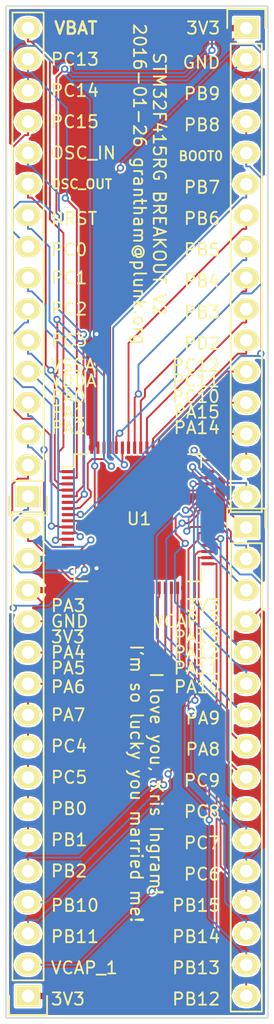
<source format=kicad_pcb>
(kicad_pcb (version 4) (host pcbnew "(2015-10-11 BZR 6260)-product")

  (general
    (links 68)
    (no_connects 3)
    (area 100.857267 57.7986 140.973734 144.7434)
    (thickness 1.6)
    (drawings 70)
    (tracks 550)
    (zones 0)
    (modules 5)
    (nets 61)
  )

  (page A4)
  (layers
    (0 F.Cu signal)
    (31 B.Cu signal)
    (32 B.Adhes user)
    (33 F.Adhes user)
    (34 B.Paste user)
    (35 F.Paste user)
    (36 B.SilkS user)
    (37 F.SilkS user)
    (38 B.Mask user)
    (39 F.Mask user)
    (40 Dwgs.User user)
    (41 Cmts.User user)
    (42 Eco1.User user)
    (43 Eco2.User user)
    (44 Edge.Cuts user)
    (45 Margin user)
    (46 B.CrtYd user)
    (47 F.CrtYd user)
    (48 B.Fab user hide)
    (49 F.Fab user hide)
  )

  (setup
    (last_trace_width 0.1524)
    (trace_clearance 0.1524)
    (zone_clearance 0.1524)
    (zone_45_only no)
    (trace_min 0.1524)
    (segment_width 0.2)
    (edge_width 0.15)
    (via_size 0.6)
    (via_drill 0.3302)
    (via_min_size 0.4)
    (via_min_drill 0.3302)
    (uvia_size 0.3)
    (uvia_drill 0.1)
    (uvias_allowed no)
    (uvia_min_size 0.2)
    (uvia_min_drill 0.1)
    (pcb_text_width 0.3)
    (pcb_text_size 1.5 1.5)
    (mod_edge_width 0.15)
    (mod_text_size 1 1)
    (mod_text_width 0.15)
    (pad_size 1.524 1.524)
    (pad_drill 0.762)
    (pad_to_mask_clearance 0.2)
    (aux_axis_origin 0 0)
    (visible_elements FFFFF77F)
    (pcbplotparams
      (layerselection 0x010f0_80000001)
      (usegerberextensions true)
      (excludeedgelayer true)
      (linewidth 0.100000)
      (plotframeref false)
      (viasonmask false)
      (mode 1)
      (useauxorigin false)
      (hpglpennumber 1)
      (hpglpenspeed 20)
      (hpglpendiameter 15)
      (hpglpenoverlay 2)
      (psnegative false)
      (psa4output false)
      (plotreference true)
      (plotvalue true)
      (plotinvisibletext false)
      (padsonsilk false)
      (subtractmaskfromsilk false)
      (outputformat 1)
      (mirror false)
      (drillshape 0)
      (scaleselection 1)
      (outputdirectory gerb))
  )

  (net 0 "")
  (net 1 PD2)
  (net 2 BOOT0)
  (net 3 VCAP_2)
  (net 4 VCAP_1)
  (net 5 NRST)
  (net 6 OSC_OUT)
  (net 7 OSC_IN)
  (net 8 VBAT)
  (net 9 PA15)
  (net 10 PA14)
  (net 11 PA13)
  (net 12 PA12)
  (net 13 PA11)
  (net 14 PA10)
  (net 15 PA9)
  (net 16 PA8)
  (net 17 PA7)
  (net 18 PA6)
  (net 19 PA5)
  (net 20 PA4)
  (net 21 PA3)
  (net 22 PA2)
  (net 23 PA1)
  (net 24 PA0)
  (net 25 PB0)
  (net 26 PB1)
  (net 27 PB2)
  (net 28 PB3)
  (net 29 PB4)
  (net 30 PB5)
  (net 31 PB6)
  (net 32 PB7)
  (net 33 PB8)
  (net 34 PB9)
  (net 35 PB10)
  (net 36 PB11)
  (net 37 PB12)
  (net 38 PB13)
  (net 39 PB14)
  (net 40 PB15)
  (net 41 PC0)
  (net 42 PC1)
  (net 43 PC2)
  (net 44 PC3)
  (net 45 PC4)
  (net 46 PC5)
  (net 47 PC6)
  (net 48 PC7)
  (net 49 PC8)
  (net 50 PC9)
  (net 51 PC10)
  (net 52 PC11)
  (net 53 PC12)
  (net 54 PC13)
  (net 55 PC14)
  (net 56 PC15)
  (net 57 3V3)
  (net 58 GND)
  (net 59 VDDA)
  (net 60 VSSA)

  (net_class Default "This is the default net class."
    (clearance 0.1524)
    (trace_width 0.1524)
    (via_dia 0.6)
    (via_drill 0.3302)
    (uvia_dia 0.3)
    (uvia_drill 0.1)
    (add_net 3V3)
    (add_net BOOT0)
    (add_net GND)
    (add_net NRST)
    (add_net OSC_IN)
    (add_net OSC_OUT)
    (add_net PA0)
    (add_net PA1)
    (add_net PA10)
    (add_net PA11)
    (add_net PA12)
    (add_net PA13)
    (add_net PA14)
    (add_net PA15)
    (add_net PA2)
    (add_net PA3)
    (add_net PA4)
    (add_net PA5)
    (add_net PA6)
    (add_net PA7)
    (add_net PA8)
    (add_net PA9)
    (add_net PB0)
    (add_net PB1)
    (add_net PB10)
    (add_net PB11)
    (add_net PB12)
    (add_net PB13)
    (add_net PB14)
    (add_net PB15)
    (add_net PB2)
    (add_net PB3)
    (add_net PB4)
    (add_net PB5)
    (add_net PB6)
    (add_net PB7)
    (add_net PB8)
    (add_net PB9)
    (add_net PC0)
    (add_net PC1)
    (add_net PC10)
    (add_net PC11)
    (add_net PC12)
    (add_net PC13)
    (add_net PC14)
    (add_net PC15)
    (add_net PC2)
    (add_net PC3)
    (add_net PC4)
    (add_net PC5)
    (add_net PC6)
    (add_net PC7)
    (add_net PC8)
    (add_net PC9)
    (add_net PD2)
    (add_net VBAT)
    (add_net VCAP_1)
    (add_net VCAP_2)
    (add_net VDDA)
    (add_net VSSA)
  )

  (module Housings_QFP:LQFP-64_10x10mm_Pitch0.5mm (layer F.Cu) (tedit 54130A77) (tstamp 56A7CF76)
    (at 127.06 101.81)
    (descr "64 LEAD LQFP 10x10mm (see MICREL LQFP10x10-64LD-PL-1.pdf)")
    (tags "QFP 0.5")
    (path /56A7DD7B)
    (attr smd)
    (fp_text reference U1 (at 0.108894 0.091924 180) (layer F.SilkS)
      (effects (font (size 1 1) (thickness 0.15)))
    )
    (fp_text value STM32F415RG (at -0.226969 -1.866446) (layer F.Fab)
      (effects (font (size 1 1) (thickness 0.15)))
    )
    (fp_line (start -6.45 -6.45) (end -6.45 6.45) (layer F.CrtYd) (width 0.05))
    (fp_line (start 6.45 -6.45) (end 6.45 6.45) (layer F.CrtYd) (width 0.05))
    (fp_line (start -6.45 -6.45) (end 6.45 -6.45) (layer F.CrtYd) (width 0.05))
    (fp_line (start -6.45 6.45) (end 6.45 6.45) (layer F.CrtYd) (width 0.05))
    (fp_line (start -5.175 -5.175) (end -5.175 -4.1) (layer F.SilkS) (width 0.15))
    (fp_line (start 5.175 -5.175) (end 5.175 -4.1) (layer F.SilkS) (width 0.15))
    (fp_line (start 5.175 5.175) (end 5.175 4.1) (layer F.SilkS) (width 0.15))
    (fp_line (start -5.175 5.175) (end -5.175 4.1) (layer F.SilkS) (width 0.15))
    (fp_line (start -5.175 -5.175) (end -4.1 -5.175) (layer F.SilkS) (width 0.15))
    (fp_line (start -5.175 5.175) (end -4.1 5.175) (layer F.SilkS) (width 0.15))
    (fp_line (start 5.175 5.175) (end 4.1 5.175) (layer F.SilkS) (width 0.15))
    (fp_line (start 5.175 -5.175) (end 4.1 -5.175) (layer F.SilkS) (width 0.15))
    (fp_line (start -5.175 -4.1) (end -6.2 -4.1) (layer F.SilkS) (width 0.15))
    (pad 1 smd rect (at -5.7 -3.75) (size 1 0.25) (layers F.Cu F.Paste F.Mask)
      (net 8 VBAT))
    (pad 2 smd rect (at -5.7 -3.25) (size 1 0.25) (layers F.Cu F.Paste F.Mask)
      (net 54 PC13))
    (pad 3 smd rect (at -5.7 -2.75) (size 1 0.25) (layers F.Cu F.Paste F.Mask)
      (net 55 PC14))
    (pad 4 smd rect (at -5.7 -2.25) (size 1 0.25) (layers F.Cu F.Paste F.Mask)
      (net 56 PC15))
    (pad 5 smd rect (at -5.7 -1.75) (size 1 0.25) (layers F.Cu F.Paste F.Mask)
      (net 7 OSC_IN))
    (pad 6 smd rect (at -5.7 -1.25) (size 1 0.25) (layers F.Cu F.Paste F.Mask)
      (net 6 OSC_OUT))
    (pad 7 smd rect (at -5.7 -0.75) (size 1 0.25) (layers F.Cu F.Paste F.Mask)
      (net 5 NRST))
    (pad 8 smd rect (at -5.7 -0.25) (size 1 0.25) (layers F.Cu F.Paste F.Mask)
      (net 41 PC0))
    (pad 9 smd rect (at -5.7 0.25) (size 1 0.25) (layers F.Cu F.Paste F.Mask)
      (net 42 PC1))
    (pad 10 smd rect (at -5.7 0.75) (size 1 0.25) (layers F.Cu F.Paste F.Mask)
      (net 43 PC2))
    (pad 11 smd rect (at -5.7 1.25) (size 1 0.25) (layers F.Cu F.Paste F.Mask)
      (net 44 PC3))
    (pad 12 smd rect (at -5.7 1.75) (size 1 0.25) (layers F.Cu F.Paste F.Mask)
      (net 60 VSSA))
    (pad 13 smd rect (at -5.7 2.25) (size 1 0.25) (layers F.Cu F.Paste F.Mask)
      (net 59 VDDA))
    (pad 14 smd rect (at -5.7 2.75) (size 1 0.25) (layers F.Cu F.Paste F.Mask)
      (net 24 PA0))
    (pad 15 smd rect (at -5.7 3.25) (size 1 0.25) (layers F.Cu F.Paste F.Mask)
      (net 23 PA1))
    (pad 16 smd rect (at -5.7 3.75) (size 1 0.25) (layers F.Cu F.Paste F.Mask)
      (net 22 PA2))
    (pad 17 smd rect (at -3.75 5.7 90) (size 1 0.25) (layers F.Cu F.Paste F.Mask)
      (net 21 PA3))
    (pad 18 smd rect (at -3.25 5.7 90) (size 1 0.25) (layers F.Cu F.Paste F.Mask)
      (net 58 GND))
    (pad 19 smd rect (at -2.75 5.7 90) (size 1 0.25) (layers F.Cu F.Paste F.Mask)
      (net 57 3V3))
    (pad 20 smd rect (at -2.25 5.7 90) (size 1 0.25) (layers F.Cu F.Paste F.Mask)
      (net 20 PA4))
    (pad 21 smd rect (at -1.75 5.7 90) (size 1 0.25) (layers F.Cu F.Paste F.Mask)
      (net 19 PA5))
    (pad 22 smd rect (at -1.25 5.7 90) (size 1 0.25) (layers F.Cu F.Paste F.Mask)
      (net 18 PA6))
    (pad 23 smd rect (at -0.75 5.7 90) (size 1 0.25) (layers F.Cu F.Paste F.Mask)
      (net 17 PA7))
    (pad 24 smd rect (at -0.25 5.7 90) (size 1 0.25) (layers F.Cu F.Paste F.Mask)
      (net 45 PC4))
    (pad 25 smd rect (at 0.25 5.7 90) (size 1 0.25) (layers F.Cu F.Paste F.Mask)
      (net 46 PC5))
    (pad 26 smd rect (at 0.75 5.7 90) (size 1 0.25) (layers F.Cu F.Paste F.Mask)
      (net 25 PB0))
    (pad 27 smd rect (at 1.25 5.7 90) (size 1 0.25) (layers F.Cu F.Paste F.Mask)
      (net 26 PB1))
    (pad 28 smd rect (at 1.75 5.7 90) (size 1 0.25) (layers F.Cu F.Paste F.Mask)
      (net 27 PB2))
    (pad 29 smd rect (at 2.25 5.7 90) (size 1 0.25) (layers F.Cu F.Paste F.Mask)
      (net 35 PB10))
    (pad 30 smd rect (at 2.75 5.7 90) (size 1 0.25) (layers F.Cu F.Paste F.Mask)
      (net 36 PB11))
    (pad 31 smd rect (at 3.25 5.7 90) (size 1 0.25) (layers F.Cu F.Paste F.Mask)
      (net 4 VCAP_1))
    (pad 32 smd rect (at 3.75 5.7 90) (size 1 0.25) (layers F.Cu F.Paste F.Mask)
      (net 57 3V3))
    (pad 33 smd rect (at 5.7 3.75) (size 1 0.25) (layers F.Cu F.Paste F.Mask)
      (net 37 PB12))
    (pad 34 smd rect (at 5.7 3.25) (size 1 0.25) (layers F.Cu F.Paste F.Mask)
      (net 38 PB13))
    (pad 35 smd rect (at 5.7 2.75) (size 1 0.25) (layers F.Cu F.Paste F.Mask)
      (net 39 PB14))
    (pad 36 smd rect (at 5.7 2.25) (size 1 0.25) (layers F.Cu F.Paste F.Mask)
      (net 40 PB15))
    (pad 37 smd rect (at 5.7 1.75) (size 1 0.25) (layers F.Cu F.Paste F.Mask)
      (net 47 PC6))
    (pad 38 smd rect (at 5.7 1.25) (size 1 0.25) (layers F.Cu F.Paste F.Mask)
      (net 48 PC7))
    (pad 39 smd rect (at 5.7 0.75) (size 1 0.25) (layers F.Cu F.Paste F.Mask)
      (net 49 PC8))
    (pad 40 smd rect (at 5.7 0.25) (size 1 0.25) (layers F.Cu F.Paste F.Mask)
      (net 50 PC9))
    (pad 41 smd rect (at 5.7 -0.25) (size 1 0.25) (layers F.Cu F.Paste F.Mask)
      (net 16 PA8))
    (pad 42 smd rect (at 5.7 -0.75) (size 1 0.25) (layers F.Cu F.Paste F.Mask)
      (net 15 PA9))
    (pad 43 smd rect (at 5.7 -1.25) (size 1 0.25) (layers F.Cu F.Paste F.Mask)
      (net 14 PA10))
    (pad 44 smd rect (at 5.7 -1.75) (size 1 0.25) (layers F.Cu F.Paste F.Mask)
      (net 13 PA11))
    (pad 45 smd rect (at 5.7 -2.25) (size 1 0.25) (layers F.Cu F.Paste F.Mask)
      (net 12 PA12))
    (pad 46 smd rect (at 5.7 -2.75) (size 1 0.25) (layers F.Cu F.Paste F.Mask)
      (net 11 PA13))
    (pad 47 smd rect (at 5.7 -3.25) (size 1 0.25) (layers F.Cu F.Paste F.Mask)
      (net 3 VCAP_2))
    (pad 48 smd rect (at 5.7 -3.75) (size 1 0.25) (layers F.Cu F.Paste F.Mask)
      (net 57 3V3))
    (pad 49 smd rect (at 3.75 -5.7 90) (size 1 0.25) (layers F.Cu F.Paste F.Mask)
      (net 10 PA14))
    (pad 50 smd rect (at 3.25 -5.7 90) (size 1 0.25) (layers F.Cu F.Paste F.Mask)
      (net 9 PA15))
    (pad 51 smd rect (at 2.75 -5.7 90) (size 1 0.25) (layers F.Cu F.Paste F.Mask)
      (net 51 PC10))
    (pad 52 smd rect (at 2.25 -5.7 90) (size 1 0.25) (layers F.Cu F.Paste F.Mask)
      (net 52 PC11))
    (pad 53 smd rect (at 1.75 -5.7 90) (size 1 0.25) (layers F.Cu F.Paste F.Mask)
      (net 53 PC12))
    (pad 54 smd rect (at 1.25 -5.7 90) (size 1 0.25) (layers F.Cu F.Paste F.Mask)
      (net 1 PD2))
    (pad 55 smd rect (at 0.75 -5.7 90) (size 1 0.25) (layers F.Cu F.Paste F.Mask)
      (net 28 PB3))
    (pad 56 smd rect (at 0.25 -5.7 90) (size 1 0.25) (layers F.Cu F.Paste F.Mask)
      (net 29 PB4))
    (pad 57 smd rect (at -0.25 -5.7 90) (size 1 0.25) (layers F.Cu F.Paste F.Mask)
      (net 30 PB5))
    (pad 58 smd rect (at -0.75 -5.7 90) (size 1 0.25) (layers F.Cu F.Paste F.Mask)
      (net 31 PB6))
    (pad 59 smd rect (at -1.25 -5.7 90) (size 1 0.25) (layers F.Cu F.Paste F.Mask)
      (net 32 PB7))
    (pad 60 smd rect (at -1.75 -5.7 90) (size 1 0.25) (layers F.Cu F.Paste F.Mask)
      (net 2 BOOT0))
    (pad 61 smd rect (at -2.25 -5.7 90) (size 1 0.25) (layers F.Cu F.Paste F.Mask)
      (net 33 PB8))
    (pad 62 smd rect (at -2.75 -5.7 90) (size 1 0.25) (layers F.Cu F.Paste F.Mask)
      (net 34 PB9))
    (pad 63 smd rect (at -3.25 -5.7 90) (size 1 0.25) (layers F.Cu F.Paste F.Mask)
      (net 58 GND))
    (pad 64 smd rect (at -3.75 -5.7 90) (size 1 0.25) (layers F.Cu F.Paste F.Mask)
      (net 57 3V3))
    (model Housings_QFP.3dshapes/LQFP-64_10x10mm_Pitch0.5mm.wrl
      (at (xyz 0 0 0))
      (scale (xyz 1 1 1))
      (rotate (xyz 0 0 0))
    )
  )

  (module Pin_Headers:Pin_Header_Straight_1x16 (layer F.Cu) (tedit 56A82069) (tstamp 56A7D072)
    (at 118.11 100.076 180)
    (descr "Through hole pin header")
    (tags "pin header")
    (path /56A7D981)
    (fp_text reference P1 (at -8.128 39.37 180) (layer F.SilkS) hide
      (effects (font (size 1 1) (thickness 0.15)))
    )
    (fp_text value CONN_01X16 (at 12.192 2.54 180) (layer F.Fab)
      (effects (font (size 1 1) (thickness 0.15)))
    )
    (fp_line (start -1.75 -1.75) (end -1.75 39.85) (layer F.CrtYd) (width 0.05))
    (fp_line (start 1.75 -1.75) (end 1.75 39.85) (layer F.CrtYd) (width 0.05))
    (fp_line (start -1.75 -1.75) (end 1.75 -1.75) (layer F.CrtYd) (width 0.05))
    (fp_line (start -1.75 39.85) (end 1.75 39.85) (layer F.CrtYd) (width 0.05))
    (fp_line (start -1.27 1.27) (end -1.27 39.37) (layer F.SilkS) (width 0.15))
    (fp_line (start -1.27 39.37) (end 1.27 39.37) (layer F.SilkS) (width 0.15))
    (fp_line (start 1.27 39.37) (end 1.27 1.27) (layer F.SilkS) (width 0.15))
    (fp_line (start 1.55 -1.55) (end 1.55 0) (layer F.SilkS) (width 0.15))
    (fp_line (start 1.27 1.27) (end -1.27 1.27) (layer F.SilkS) (width 0.15))
    (fp_line (start -1.55 0) (end -1.55 -1.55) (layer F.SilkS) (width 0.15))
    (fp_line (start -1.55 -1.55) (end 1.55 -1.55) (layer F.SilkS) (width 0.15))
    (pad 1 thru_hole rect (at 0 0 180) (size 2.032 1.7272) (drill 1.016) (layers *.Cu *.Mask F.SilkS)
      (net 22 PA2))
    (pad 2 thru_hole oval (at 0 2.54 180) (size 2.032 1.7272) (drill 1.016) (layers *.Cu *.Mask F.SilkS)
      (net 23 PA1))
    (pad 3 thru_hole oval (at 0 5.08 180) (size 2.032 1.7272) (drill 1.016) (layers *.Cu *.Mask F.SilkS)
      (net 24 PA0))
    (pad 4 thru_hole oval (at 0 7.62 180) (size 2.032 1.7272) (drill 1.016) (layers *.Cu *.Mask F.SilkS)
      (net 59 VDDA))
    (pad 5 thru_hole oval (at 0 10.16 180) (size 2.032 1.7272) (drill 1.016) (layers *.Cu *.Mask F.SilkS)
      (net 60 VSSA))
    (pad 6 thru_hole oval (at 0 12.7 180) (size 2.032 1.7272) (drill 1.016) (layers *.Cu *.Mask F.SilkS)
      (net 44 PC3))
    (pad 7 thru_hole oval (at 0 15.24 180) (size 2.032 1.7272) (drill 1.016) (layers *.Cu *.Mask F.SilkS)
      (net 43 PC2))
    (pad 8 thru_hole oval (at 0 17.78 180) (size 2.032 1.7272) (drill 1.016) (layers *.Cu *.Mask F.SilkS)
      (net 42 PC1))
    (pad 9 thru_hole oval (at 0 20.32 180) (size 2.032 1.7272) (drill 1.016) (layers *.Cu *.Mask F.SilkS)
      (net 41 PC0))
    (pad 10 thru_hole oval (at 0 22.86 180) (size 2.032 1.7272) (drill 1.016) (layers *.Cu *.Mask F.SilkS)
      (net 5 NRST))
    (pad 11 thru_hole oval (at 0 25.4 180) (size 2.032 1.7272) (drill 1.016) (layers *.Cu *.Mask F.SilkS)
      (net 6 OSC_OUT))
    (pad 12 thru_hole oval (at 0 27.94 180) (size 2.032 1.7272) (drill 1.016) (layers *.Cu *.Mask F.SilkS)
      (net 7 OSC_IN))
    (pad 13 thru_hole oval (at 0 30.48 180) (size 2.032 1.7272) (drill 1.016) (layers *.Cu *.Mask F.SilkS)
      (net 56 PC15))
    (pad 14 thru_hole oval (at 0 33.02 180) (size 2.032 1.7272) (drill 1.016) (layers *.Cu *.Mask F.SilkS)
      (net 55 PC14))
    (pad 15 thru_hole oval (at 0 35.56 180) (size 2.032 1.7272) (drill 1.016) (layers *.Cu *.Mask F.SilkS)
      (net 54 PC13))
    (pad 16 thru_hole oval (at 0 38.1 180) (size 2.032 1.7272) (drill 1.016) (layers *.Cu *.Mask F.SilkS)
      (net 8 VBAT))
    (model Pin_Headers.3dshapes/Pin_Header_Straight_1x16.wrl
      (at (xyz 0 -0.75 0))
      (scale (xyz 1 1 1))
      (rotate (xyz 0 0 90))
    )
  )

  (module Pin_Headers:Pin_Header_Straight_1x16 (layer F.Cu) (tedit 56A82062) (tstamp 56A7D086)
    (at 118.11 140.716 180)
    (descr "Through hole pin header")
    (tags "pin header")
    (path /56A7D9E6)
    (fp_text reference P2 (at -6.604 -1.016 180) (layer F.SilkS) hide
      (effects (font (size 1 1) (thickness 0.15)))
    )
    (fp_text value CONN_01X16 (at 0 -3.1 180) (layer F.Fab)
      (effects (font (size 1 1) (thickness 0.15)))
    )
    (fp_line (start -1.75 -1.75) (end -1.75 39.85) (layer F.CrtYd) (width 0.05))
    (fp_line (start 1.75 -1.75) (end 1.75 39.85) (layer F.CrtYd) (width 0.05))
    (fp_line (start -1.75 -1.75) (end 1.75 -1.75) (layer F.CrtYd) (width 0.05))
    (fp_line (start -1.75 39.85) (end 1.75 39.85) (layer F.CrtYd) (width 0.05))
    (fp_line (start -1.27 1.27) (end -1.27 39.37) (layer F.SilkS) (width 0.15))
    (fp_line (start -1.27 39.37) (end 1.27 39.37) (layer F.SilkS) (width 0.15))
    (fp_line (start 1.27 39.37) (end 1.27 1.27) (layer F.SilkS) (width 0.15))
    (fp_line (start 1.55 -1.55) (end 1.55 0) (layer F.SilkS) (width 0.15))
    (fp_line (start 1.27 1.27) (end -1.27 1.27) (layer F.SilkS) (width 0.15))
    (fp_line (start -1.55 0) (end -1.55 -1.55) (layer F.SilkS) (width 0.15))
    (fp_line (start -1.55 -1.55) (end 1.55 -1.55) (layer F.SilkS) (width 0.15))
    (pad 1 thru_hole rect (at 0 0 180) (size 2.032 1.7272) (drill 1.016) (layers *.Cu *.Mask F.SilkS)
      (net 57 3V3))
    (pad 2 thru_hole oval (at 0 2.54 180) (size 2.032 1.7272) (drill 1.016) (layers *.Cu *.Mask F.SilkS)
      (net 4 VCAP_1))
    (pad 3 thru_hole oval (at 0 5.08 180) (size 2.032 1.7272) (drill 1.016) (layers *.Cu *.Mask F.SilkS)
      (net 36 PB11))
    (pad 4 thru_hole oval (at 0 7.62 180) (size 2.032 1.7272) (drill 1.016) (layers *.Cu *.Mask F.SilkS)
      (net 35 PB10))
    (pad 5 thru_hole oval (at 0 10.16 180) (size 2.032 1.7272) (drill 1.016) (layers *.Cu *.Mask F.SilkS)
      (net 27 PB2))
    (pad 6 thru_hole oval (at 0 12.7 180) (size 2.032 1.7272) (drill 1.016) (layers *.Cu *.Mask F.SilkS)
      (net 26 PB1))
    (pad 7 thru_hole oval (at 0 15.24 180) (size 2.032 1.7272) (drill 1.016) (layers *.Cu *.Mask F.SilkS)
      (net 25 PB0))
    (pad 8 thru_hole oval (at 0 17.78 180) (size 2.032 1.7272) (drill 1.016) (layers *.Cu *.Mask F.SilkS)
      (net 46 PC5))
    (pad 9 thru_hole oval (at 0 20.32 180) (size 2.032 1.7272) (drill 1.016) (layers *.Cu *.Mask F.SilkS)
      (net 45 PC4))
    (pad 10 thru_hole oval (at 0 22.86 180) (size 2.032 1.7272) (drill 1.016) (layers *.Cu *.Mask F.SilkS)
      (net 17 PA7))
    (pad 11 thru_hole oval (at 0 25.4 180) (size 2.032 1.7272) (drill 1.016) (layers *.Cu *.Mask F.SilkS)
      (net 18 PA6))
    (pad 12 thru_hole oval (at 0 27.94 180) (size 2.032 1.7272) (drill 1.016) (layers *.Cu *.Mask F.SilkS)
      (net 19 PA5))
    (pad 13 thru_hole oval (at 0 30.48 180) (size 2.032 1.7272) (drill 1.016) (layers *.Cu *.Mask F.SilkS)
      (net 20 PA4))
    (pad 14 thru_hole oval (at 0 33.02 180) (size 2.032 1.7272) (drill 1.016) (layers *.Cu *.Mask F.SilkS)
      (net 57 3V3))
    (pad 15 thru_hole oval (at 0 35.56 180) (size 2.032 1.7272) (drill 1.016) (layers *.Cu *.Mask F.SilkS)
      (net 58 GND))
    (pad 16 thru_hole oval (at 0 38.1 180) (size 2.032 1.7272) (drill 1.016) (layers *.Cu *.Mask F.SilkS)
      (net 21 PA3))
    (model Pin_Headers.3dshapes/Pin_Header_Straight_1x16.wrl
      (at (xyz 0 -0.75 0))
      (scale (xyz 1 1 1))
      (rotate (xyz 0 0 90))
    )
  )

  (module Pin_Headers:Pin_Header_Straight_1x16 (layer F.Cu) (tedit 56A8206D) (tstamp 56A7D09A)
    (at 135.913 61.976)
    (descr "Through hole pin header")
    (tags "pin header")
    (path /56A7D8FC)
    (fp_text reference P3 (at -7.62 -1.016) (layer F.SilkS) hide
      (effects (font (size 1 1) (thickness 0.15)))
    )
    (fp_text value CONN_01X16 (at 0 -3.1) (layer F.Fab)
      (effects (font (size 1 1) (thickness 0.15)))
    )
    (fp_line (start -1.75 -1.75) (end -1.75 39.85) (layer F.CrtYd) (width 0.05))
    (fp_line (start 1.75 -1.75) (end 1.75 39.85) (layer F.CrtYd) (width 0.05))
    (fp_line (start -1.75 -1.75) (end 1.75 -1.75) (layer F.CrtYd) (width 0.05))
    (fp_line (start -1.75 39.85) (end 1.75 39.85) (layer F.CrtYd) (width 0.05))
    (fp_line (start -1.27 1.27) (end -1.27 39.37) (layer F.SilkS) (width 0.15))
    (fp_line (start -1.27 39.37) (end 1.27 39.37) (layer F.SilkS) (width 0.15))
    (fp_line (start 1.27 39.37) (end 1.27 1.27) (layer F.SilkS) (width 0.15))
    (fp_line (start 1.55 -1.55) (end 1.55 0) (layer F.SilkS) (width 0.15))
    (fp_line (start 1.27 1.27) (end -1.27 1.27) (layer F.SilkS) (width 0.15))
    (fp_line (start -1.55 0) (end -1.55 -1.55) (layer F.SilkS) (width 0.15))
    (fp_line (start -1.55 -1.55) (end 1.55 -1.55) (layer F.SilkS) (width 0.15))
    (pad 1 thru_hole rect (at 0 0) (size 2.032 1.7272) (drill 1.016) (layers *.Cu *.Mask F.SilkS)
      (net 57 3V3))
    (pad 2 thru_hole oval (at 0 2.54) (size 2.032 1.7272) (drill 1.016) (layers *.Cu *.Mask F.SilkS)
      (net 58 GND))
    (pad 3 thru_hole oval (at 0 5.08) (size 2.032 1.7272) (drill 1.016) (layers *.Cu *.Mask F.SilkS)
      (net 34 PB9))
    (pad 4 thru_hole oval (at 0 7.62) (size 2.032 1.7272) (drill 1.016) (layers *.Cu *.Mask F.SilkS)
      (net 33 PB8))
    (pad 5 thru_hole oval (at 0 10.16) (size 2.032 1.7272) (drill 1.016) (layers *.Cu *.Mask F.SilkS)
      (net 2 BOOT0))
    (pad 6 thru_hole oval (at 0 12.7) (size 2.032 1.7272) (drill 1.016) (layers *.Cu *.Mask F.SilkS)
      (net 32 PB7))
    (pad 7 thru_hole oval (at 0 15.24) (size 2.032 1.7272) (drill 1.016) (layers *.Cu *.Mask F.SilkS)
      (net 31 PB6))
    (pad 8 thru_hole oval (at 0 17.78) (size 2.032 1.7272) (drill 1.016) (layers *.Cu *.Mask F.SilkS)
      (net 30 PB5))
    (pad 9 thru_hole oval (at 0 20.32) (size 2.032 1.7272) (drill 1.016) (layers *.Cu *.Mask F.SilkS)
      (net 29 PB4))
    (pad 10 thru_hole oval (at 0 22.86) (size 2.032 1.7272) (drill 1.016) (layers *.Cu *.Mask F.SilkS)
      (net 28 PB3))
    (pad 11 thru_hole oval (at 0 25.4) (size 2.032 1.7272) (drill 1.016) (layers *.Cu *.Mask F.SilkS)
      (net 1 PD2))
    (pad 12 thru_hole oval (at 0 27.94) (size 2.032 1.7272) (drill 1.016) (layers *.Cu *.Mask F.SilkS)
      (net 53 PC12))
    (pad 13 thru_hole oval (at 0 30.48) (size 2.032 1.7272) (drill 1.016) (layers *.Cu *.Mask F.SilkS)
      (net 52 PC11))
    (pad 14 thru_hole oval (at 0 33.02) (size 2.032 1.7272) (drill 1.016) (layers *.Cu *.Mask F.SilkS)
      (net 51 PC10))
    (pad 15 thru_hole oval (at 0 35.56) (size 2.032 1.7272) (drill 1.016) (layers *.Cu *.Mask F.SilkS)
      (net 9 PA15))
    (pad 16 thru_hole oval (at 0 38.1) (size 2.032 1.7272) (drill 1.016) (layers *.Cu *.Mask F.SilkS)
      (net 10 PA14))
    (model Pin_Headers.3dshapes/Pin_Header_Straight_1x16.wrl
      (at (xyz 0 -0.75 0))
      (scale (xyz 1 1 1))
      (rotate (xyz 0 0 90))
    )
  )

  (module Pin_Headers:Pin_Header_Straight_1x16 (layer F.Cu) (tedit 56A82065) (tstamp 56A7D0AE)
    (at 135.913 102.616)
    (descr "Through hole pin header")
    (tags "pin header")
    (path /56A7D93F)
    (fp_text reference P4 (at -7.112 39.37) (layer F.SilkS) hide
      (effects (font (size 1 1) (thickness 0.15)))
    )
    (fp_text value CONN_01X16 (at 0 -3.1) (layer F.Fab)
      (effects (font (size 1 1) (thickness 0.15)))
    )
    (fp_line (start -1.75 -1.75) (end -1.75 39.85) (layer F.CrtYd) (width 0.05))
    (fp_line (start 1.75 -1.75) (end 1.75 39.85) (layer F.CrtYd) (width 0.05))
    (fp_line (start -1.75 -1.75) (end 1.75 -1.75) (layer F.CrtYd) (width 0.05))
    (fp_line (start -1.75 39.85) (end 1.75 39.85) (layer F.CrtYd) (width 0.05))
    (fp_line (start -1.27 1.27) (end -1.27 39.37) (layer F.SilkS) (width 0.15))
    (fp_line (start -1.27 39.37) (end 1.27 39.37) (layer F.SilkS) (width 0.15))
    (fp_line (start 1.27 39.37) (end 1.27 1.27) (layer F.SilkS) (width 0.15))
    (fp_line (start 1.55 -1.55) (end 1.55 0) (layer F.SilkS) (width 0.15))
    (fp_line (start 1.27 1.27) (end -1.27 1.27) (layer F.SilkS) (width 0.15))
    (fp_line (start -1.55 0) (end -1.55 -1.55) (layer F.SilkS) (width 0.15))
    (fp_line (start -1.55 -1.55) (end 1.55 -1.55) (layer F.SilkS) (width 0.15))
    (pad 1 thru_hole rect (at 0 0) (size 2.032 1.7272) (drill 1.016) (layers *.Cu *.Mask F.SilkS)
      (net 57 3V3))
    (pad 2 thru_hole oval (at 0 2.54) (size 2.032 1.7272) (drill 1.016) (layers *.Cu *.Mask F.SilkS)
      (net 3 VCAP_2))
    (pad 3 thru_hole oval (at 0 5.08) (size 2.032 1.7272) (drill 1.016) (layers *.Cu *.Mask F.SilkS)
      (net 11 PA13))
    (pad 4 thru_hole oval (at 0 7.62) (size 2.032 1.7272) (drill 1.016) (layers *.Cu *.Mask F.SilkS)
      (net 12 PA12))
    (pad 5 thru_hole oval (at 0 10.16) (size 2.032 1.7272) (drill 1.016) (layers *.Cu *.Mask F.SilkS)
      (net 13 PA11))
    (pad 6 thru_hole oval (at 0 12.7) (size 2.032 1.7272) (drill 1.016) (layers *.Cu *.Mask F.SilkS)
      (net 14 PA10))
    (pad 7 thru_hole oval (at 0 15.24) (size 2.032 1.7272) (drill 1.016) (layers *.Cu *.Mask F.SilkS)
      (net 15 PA9))
    (pad 8 thru_hole oval (at 0 17.78) (size 2.032 1.7272) (drill 1.016) (layers *.Cu *.Mask F.SilkS)
      (net 16 PA8))
    (pad 9 thru_hole oval (at 0 20.32) (size 2.032 1.7272) (drill 1.016) (layers *.Cu *.Mask F.SilkS)
      (net 50 PC9))
    (pad 10 thru_hole oval (at 0 22.86) (size 2.032 1.7272) (drill 1.016) (layers *.Cu *.Mask F.SilkS)
      (net 49 PC8))
    (pad 11 thru_hole oval (at 0 25.4) (size 2.032 1.7272) (drill 1.016) (layers *.Cu *.Mask F.SilkS)
      (net 48 PC7))
    (pad 12 thru_hole oval (at 0 27.94) (size 2.032 1.7272) (drill 1.016) (layers *.Cu *.Mask F.SilkS)
      (net 47 PC6))
    (pad 13 thru_hole oval (at 0 30.48) (size 2.032 1.7272) (drill 1.016) (layers *.Cu *.Mask F.SilkS)
      (net 40 PB15))
    (pad 14 thru_hole oval (at 0 33.02) (size 2.032 1.7272) (drill 1.016) (layers *.Cu *.Mask F.SilkS)
      (net 39 PB14))
    (pad 15 thru_hole oval (at 0 35.56) (size 2.032 1.7272) (drill 1.016) (layers *.Cu *.Mask F.SilkS)
      (net 38 PB13))
    (pad 16 thru_hole oval (at 0 38.1) (size 2.032 1.7272) (drill 1.016) (layers *.Cu *.Mask F.SilkS)
      (net 37 PB12))
    (model Pin_Headers.3dshapes/Pin_Header_Straight_1x16.wrl
      (at (xyz 0 -0.75 0))
      (scale (xyz 1 1 1))
      (rotate (xyz 0 0 90))
    )
  )

  (gr_line (start 137.668 60.198) (end 116.332 60.198) (layer Edge.Cuts) (width 0.15))
  (gr_line (start 137.668 142.494) (end 137.668 60.198) (layer Edge.Cuts) (width 0.15))
  (gr_line (start 116.332 142.494) (end 137.668 142.494) (layer Edge.Cuts) (width 0.15))
  (gr_line (start 116.332 60.198) (end 116.332 142.494) (layer Edge.Cuts) (width 0.15))
  (gr_text "I love you, Kris Ingram!\nI'm so lucky you married me!" (at 127.762 123.444 270) (layer F.SilkS) (tstamp 56A81FB3)
    (effects (font (size 1 1) (thickness 0.15)))
  )
  (gr_text "STM32F415RG BREAKOUT V2\n2016-01-26 grantham@plunk.org" (at 128.016 74.676 270) (layer F.SilkS) (tstamp 56A815CB)
    (effects (font (size 1 1) (thickness 0.15)))
  )
  (gr_text 3V3 (at 133.858 108.966) (layer F.SilkS) (tstamp 56A80604)
    (effects (font (size 1 1) (thickness 0.15)) (justify right))
  )
  (gr_text "VCAP_2\n" (at 133.858 110.236) (layer F.SilkS) (tstamp 56A805FB)
    (effects (font (size 1 1) (thickness 0.15)) (justify right))
  )
  (gr_text PA13 (at 133.858 111.506) (layer F.SilkS) (tstamp 56A805F7)
    (effects (font (size 1 1) (thickness 0.15)) (justify right))
  )
  (gr_text PA9 (at 133.880758 118.11) (layer F.SilkS) (tstamp 56A805E4)
    (effects (font (size 1 1) (thickness 0.15)) (justify right))
  )
  (gr_text PC9 (at 133.880758 123.19) (layer F.SilkS) (tstamp 56A805E3)
    (effects (font (size 1 1) (thickness 0.15)) (justify right))
  )
  (gr_text PA8 (at 133.880758 120.65) (layer F.SilkS) (tstamp 56A805E2)
    (effects (font (size 1 1) (thickness 0.15)) (justify right))
  )
  (gr_text PA12 (at 133.858 112.776) (layer F.SilkS) (tstamp 56A805E1)
    (effects (font (size 1 1) (thickness 0.15)) (justify right))
  )
  (gr_text PA11 (at 133.858 114.046) (layer F.SilkS) (tstamp 56A805E0)
    (effects (font (size 1 1) (thickness 0.15)) (justify right))
  )
  (gr_text "PA10\n" (at 133.880758 115.57) (layer F.SilkS) (tstamp 56A805DF)
    (effects (font (size 1 1) (thickness 0.15)) (justify right))
  )
  (gr_text PC6 (at 133.880758 130.81) (layer F.SilkS) (tstamp 56A805DE)
    (effects (font (size 1 1) (thickness 0.15)) (justify right))
  )
  (gr_text PC8 (at 133.880758 125.73) (layer F.SilkS) (tstamp 56A805DD)
    (effects (font (size 1 1) (thickness 0.15)) (justify right))
  )
  (gr_text PB15 (at 133.880758 133.35) (layer F.SilkS) (tstamp 56A805DC)
    (effects (font (size 1 1) (thickness 0.15)) (justify right))
  )
  (gr_text PB13 (at 133.880758 138.43) (layer F.SilkS) (tstamp 56A805DB)
    (effects (font (size 1 1) (thickness 0.15)) (justify right))
  )
  (gr_text PB14 (at 133.880758 135.89) (layer F.SilkS) (tstamp 56A805DA)
    (effects (font (size 1 1) (thickness 0.15)) (justify right))
  )
  (gr_text PB12 (at 133.880758 140.97) (layer F.SilkS) (tstamp 56A805D9)
    (effects (font (size 1 1) (thickness 0.15)) (justify right))
  )
  (gr_text PC7 (at 133.880758 128.27) (layer F.SilkS) (tstamp 56A805D8)
    (effects (font (size 1 1) (thickness 0.15)) (justify right))
  )
  (gr_text PB4 (at 133.880758 82.55) (layer F.SilkS) (tstamp 56A80592)
    (effects (font (size 1 1) (thickness 0.15)) (justify right))
  )
  (gr_text PC11 (at 133.858 90.678) (layer F.SilkS) (tstamp 56A80591)
    (effects (font (size 1 1) (thickness 0.15)) (justify right))
  )
  (gr_text PD2 (at 133.880758 87.63) (layer F.SilkS) (tstamp 56A80590)
    (effects (font (size 1 1) (thickness 0.15)) (justify right))
  )
  (gr_text PC12 (at 133.858 89.408) (layer F.SilkS) (tstamp 56A8058F)
    (effects (font (size 1 1) (thickness 0.15)) (justify right))
  )
  (gr_text PB3 (at 133.880758 85.09) (layer F.SilkS) (tstamp 56A8058E)
    (effects (font (size 1 1) (thickness 0.15)) (justify right))
  )
  (gr_text PA15 (at 133.858 93.218) (layer F.SilkS) (tstamp 56A8058D)
    (effects (font (size 1 1) (thickness 0.15)) (justify right))
  )
  (gr_text PC10 (at 133.858 91.948) (layer F.SilkS) (tstamp 56A8058C)
    (effects (font (size 1 1) (thickness 0.15)) (justify right))
  )
  (gr_text PA14 (at 133.858 94.488) (layer F.SilkS) (tstamp 56A8058B)
    (effects (font (size 1 1) (thickness 0.15)) (justify right))
  )
  (gr_text BOOT0 (at 134.112 72.39) (layer F.SilkS) (tstamp 56A8055A)
    (effects (font (size 0.75 0.75) (thickness 0.15)) (justify right))
  )
  (gr_text PB7 (at 133.880758 74.93) (layer F.SilkS) (tstamp 56A80559)
    (effects (font (size 1 1) (thickness 0.15)) (justify right))
  )
  (gr_text PB6 (at 133.880758 77.47) (layer F.SilkS) (tstamp 56A80558)
    (effects (font (size 1 1) (thickness 0.15)) (justify right))
  )
  (gr_text PB5 (at 133.880758 80.01) (layer F.SilkS) (tstamp 56A80557)
    (effects (font (size 1 1) (thickness 0.15)) (justify right))
  )
  (gr_text PB8 (at 133.880758 69.85) (layer F.SilkS) (tstamp 56A8053F)
    (effects (font (size 1 1) (thickness 0.15)) (justify right))
  )
  (gr_text PB9 (at 133.880758 67.31) (layer F.SilkS) (tstamp 56A8053E)
    (effects (font (size 1 1) (thickness 0.15)) (justify right))
  )
  (gr_text "GND\n" (at 133.880758 64.77) (layer F.SilkS) (tstamp 56A80535)
    (effects (font (size 1 1) (thickness 0.15)) (justify right))
  )
  (gr_text 3V3 (at 133.880758 61.976) (layer F.SilkS) (tstamp 56A80523)
    (effects (font (size 1 1) (thickness 0.15)) (justify right))
  )
  (gr_text 3V3 (at 119.888 140.97) (layer F.SilkS) (tstamp 56A7FE9A)
    (effects (font (size 1 1) (thickness 0.15)) (justify left))
  )
  (gr_text VCAP_1 (at 119.888 138.43) (layer F.SilkS) (tstamp 56A7FE97)
    (effects (font (size 1 1) (thickness 0.15)) (justify left))
  )
  (gr_text "PB11\n" (at 119.888 135.89) (layer F.SilkS) (tstamp 56A7FE94)
    (effects (font (size 1 1) (thickness 0.15)) (justify left))
  )
  (gr_text PB10 (at 119.888 133.35) (layer F.SilkS) (tstamp 56A7FE91)
    (effects (font (size 1 1) (thickness 0.15)) (justify left))
  )
  (gr_text PB2 (at 119.888 130.556) (layer F.SilkS) (tstamp 56A7FE89)
    (effects (font (size 1 1) (thickness 0.15)) (justify left))
  )
  (gr_text PC5 (at 119.888 122.936) (layer F.SilkS) (tstamp 56A7FE88)
    (effects (font (size 1 1) (thickness 0.15)) (justify left))
  )
  (gr_text "PB0\n" (at 119.888 125.476) (layer F.SilkS) (tstamp 56A7FE87)
    (effects (font (size 1 1) (thickness 0.15)) (justify left))
  )
  (gr_text PB1 (at 119.888 128.016) (layer F.SilkS) (tstamp 56A7FE86)
    (effects (font (size 1 1) (thickness 0.15)) (justify left))
  )
  (gr_text PA6 (at 119.888 115.57) (layer F.SilkS) (tstamp 56A7FE85)
    (effects (font (size 1 1) (thickness 0.15)) (justify left))
  )
  (gr_text 3V3 (at 119.888 111.506) (layer F.SilkS) (tstamp 56A7FE84)
    (effects (font (size 1 1) (thickness 0.15)) (justify left))
  )
  (gr_text "PA5\n" (at 119.888 114.046) (layer F.SilkS) (tstamp 56A7FE83)
    (effects (font (size 1 1) (thickness 0.15)) (justify left))
  )
  (gr_text PA4 (at 119.888 112.776) (layer F.SilkS) (tstamp 56A7FE82)
    (effects (font (size 1 1) (thickness 0.15)) (justify left))
  )
  (gr_text PA3 (at 119.888 108.966) (layer F.SilkS) (tstamp 56A7FE81)
    (effects (font (size 1 1) (thickness 0.15)) (justify left))
  )
  (gr_text "PA1\n" (at 119.888 93.218) (layer F.SilkS) (tstamp 56A7FE80)
    (effects (font (size 1 1) (thickness 0.15)) (justify left))
  )
  (gr_text "PA2\n" (at 119.888 94.488) (layer F.SilkS) (tstamp 56A7FE7F)
    (effects (font (size 1 1) (thickness 0.15)) (justify left))
  )
  (gr_text GND (at 119.888 110.236) (layer F.SilkS) (tstamp 56A7FE7E)
    (effects (font (size 1 1) (thickness 0.15)) (justify left))
  )
  (gr_text PC4 (at 119.888 120.396) (layer F.SilkS) (tstamp 56A7FE7D)
    (effects (font (size 1 1) (thickness 0.15)) (justify left))
  )
  (gr_text PA7 (at 119.888 117.856) (layer F.SilkS) (tstamp 56A7FE7C)
    (effects (font (size 1 1) (thickness 0.15)) (justify left))
  )
  (gr_text "PC3\n" (at 119.888 87.376) (layer F.SilkS) (tstamp 56A7FE67)
    (effects (font (size 1 1) (thickness 0.15)) (justify left))
  )
  (gr_text PC0 (at 119.888 80.01) (layer F.SilkS) (tstamp 56A7FE66)
    (effects (font (size 1 1) (thickness 0.15)) (justify left))
  )
  (gr_text "PC1\n" (at 119.888 82.296) (layer F.SilkS) (tstamp 56A7FE65)
    (effects (font (size 1 1) (thickness 0.15)) (justify left))
  )
  (gr_text "PC2\n" (at 119.888 84.836) (layer F.SilkS) (tstamp 56A7FE64)
    (effects (font (size 1 1) (thickness 0.15)) (justify left))
  )
  (gr_text PA0 (at 119.888 91.948) (layer F.SilkS) (tstamp 56A7FE63)
    (effects (font (size 1 1) (thickness 0.15)) (justify left))
  )
  (gr_text VDDA (at 119.888 90.678) (layer F.SilkS) (tstamp 56A7FE62)
    (effects (font (size 1 1) (thickness 0.15)) (justify left))
  )
  (gr_text VSSA (at 119.888 89.408) (layer F.SilkS) (tstamp 56A7FE61)
    (effects (font (size 1 1) (thickness 0.15)) (justify left))
  )
  (gr_text NRST (at 119.888 77.47) (layer F.SilkS) (tstamp 56A7FD08)
    (effects (font (size 1 1) (thickness 0.15)) (justify left))
  )
  (gr_text "OSC_OUT\n" (at 119.888 74.676) (layer F.SilkS) (tstamp 56A7FCE7)
    (effects (font (size 0.75 0.75) (thickness 0.15)) (justify left))
  )
  (gr_text OSC_IN (at 119.888 72.136) (layer F.SilkS) (tstamp 56A7FCE2)
    (effects (font (size 1 1) (thickness 0.15)) (justify left))
  )
  (gr_text PC15 (at 119.888 69.596) (layer F.SilkS) (tstamp 56A7FCDF)
    (effects (font (size 1 1) (thickness 0.15)) (justify left))
  )
  (gr_text PC14 (at 119.888 67.056) (layer F.SilkS) (tstamp 56A7FC9E)
    (effects (font (size 1 1) (thickness 0.15)) (justify left))
  )
  (gr_text "PC13\n" (at 119.888 64.516) (layer F.SilkS) (tstamp 56A7FC95)
    (effects (font (size 1 1) (thickness 0.15)) (justify left))
  )
  (gr_text VBAT (at 120.142 61.976) (layer F.SilkS)
    (effects (font (size 1 1) (thickness 0.2)) (justify left))
  )

  (segment (start 135.2226 88.4685) (end 128.31 95.3811) (width 0.1524) (layer F.Cu) (net 1))
  (segment (start 135.913 88.4685) (end 135.2226 88.4685) (width 0.1524) (layer F.Cu) (net 1))
  (segment (start 135.913 87.376) (end 135.913 88.4685) (width 0.1524) (layer F.Cu) (net 1))
  (segment (start 128.31 96.11) (end 128.31 95.3811) (width 0.1524) (layer F.Cu) (net 1))
  (via (at 125.5859 94.9317) (size 0.6) (layers F.Cu B.Cu) (net 2))
  (segment (start 130.2064 90.3112) (end 125.5859 94.9317) (width 0.1524) (layer B.Cu) (net 2))
  (segment (start 130.2064 88.8222) (end 130.2064 90.3112) (width 0.1524) (layer B.Cu) (net 2))
  (segment (start 135.4626 83.566) (end 130.2064 88.8222) (width 0.1524) (layer B.Cu) (net 2))
  (segment (start 136.3479 83.566) (end 135.4626 83.566) (width 0.1524) (layer B.Cu) (net 2))
  (segment (start 137.1693 82.7446) (end 136.3479 83.566) (width 0.1524) (layer B.Cu) (net 2))
  (segment (start 137.1693 74.2117) (end 137.1693 82.7446) (width 0.1524) (layer B.Cu) (net 2))
  (segment (start 136.1861 73.2285) (end 137.1693 74.2117) (width 0.1524) (layer B.Cu) (net 2))
  (segment (start 135.913 73.2285) (end 136.1861 73.2285) (width 0.1524) (layer B.Cu) (net 2))
  (segment (start 125.31 95.2076) (end 125.31 96.11) (width 0.1524) (layer F.Cu) (net 2))
  (segment (start 125.5859 94.9317) (end 125.31 95.2076) (width 0.1524) (layer F.Cu) (net 2))
  (segment (start 135.913 72.136) (end 135.913 73.2285) (width 0.1524) (layer B.Cu) (net 2))
  (via (at 131.5355 97.6731) (size 0.6) (layers F.Cu B.Cu) (net 3))
  (segment (start 132.76 98.56) (end 132.0311 98.56) (width 0.1524) (layer F.Cu) (net 3))
  (segment (start 135.913 105.156) (end 135.913 104.0635) (width 0.1524) (layer B.Cu) (net 3))
  (segment (start 134.3499 100.4875) (end 131.5355 97.6731) (width 0.1524) (layer B.Cu) (net 3))
  (segment (start 134.3499 103.3198) (end 134.3499 100.4875) (width 0.1524) (layer B.Cu) (net 3))
  (segment (start 135.0936 104.0635) (end 134.3499 103.3198) (width 0.1524) (layer B.Cu) (net 3))
  (segment (start 135.913 104.0635) (end 135.0936 104.0635) (width 0.1524) (layer B.Cu) (net 3))
  (segment (start 131.5355 98.0644) (end 132.0311 98.56) (width 0.1524) (layer F.Cu) (net 3))
  (segment (start 131.5355 97.6731) (end 131.5355 98.0644) (width 0.1524) (layer F.Cu) (net 3))
  (via (at 128.2415 132.1775) (size 0.6) (layers F.Cu B.Cu) (net 4))
  (segment (start 122.243 138.176) (end 128.2415 132.1775) (width 0.1524) (layer B.Cu) (net 4))
  (segment (start 118.11 138.176) (end 122.243 138.176) (width 0.1524) (layer B.Cu) (net 4))
  (segment (start 130.31 130.109) (end 130.31 107.51) (width 0.1524) (layer F.Cu) (net 4))
  (segment (start 128.2415 132.1775) (end 130.31 130.109) (width 0.1524) (layer F.Cu) (net 4))
  (via (at 124.907 97.6137) (size 0.6) (layers F.Cu B.Cu) (net 5))
  (segment (start 124.3059 97.0126) (end 124.907 97.6137) (width 0.1524) (layer B.Cu) (net 5))
  (segment (start 124.3059 90.2875) (end 124.3059 97.0126) (width 0.1524) (layer B.Cu) (net 5))
  (segment (start 119.8626 85.8442) (end 124.3059 90.2875) (width 0.1524) (layer B.Cu) (net 5))
  (segment (start 119.8626 79.788) (end 119.8626 85.8442) (width 0.1524) (layer B.Cu) (net 5))
  (segment (start 118.3831 78.3085) (end 119.8626 79.788) (width 0.1524) (layer B.Cu) (net 5))
  (segment (start 118.11 78.3085) (end 118.3831 78.3085) (width 0.1524) (layer B.Cu) (net 5))
  (segment (start 121.36 101.06) (end 122.0889 101.06) (width 0.1524) (layer F.Cu) (net 5))
  (segment (start 118.11 77.216) (end 118.11 78.3085) (width 0.1524) (layer B.Cu) (net 5))
  (segment (start 122.1359 101.013) (end 122.0889 101.06) (width 0.1524) (layer F.Cu) (net 5))
  (segment (start 122.3288 101.013) (end 122.1359 101.013) (width 0.1524) (layer F.Cu) (net 5))
  (segment (start 123.2282 100.1136) (end 122.3288 101.013) (width 0.1524) (layer F.Cu) (net 5))
  (segment (start 123.2282 99.6752) (end 123.2282 100.1136) (width 0.1524) (layer F.Cu) (net 5))
  (segment (start 122.9799 99.4269) (end 123.2282 99.6752) (width 0.1524) (layer F.Cu) (net 5))
  (segment (start 122.9799 97.3925) (end 122.9799 99.4269) (width 0.1524) (layer F.Cu) (net 5))
  (segment (start 123.333 97.0394) (end 122.9799 97.3925) (width 0.1524) (layer F.Cu) (net 5))
  (segment (start 124.3327 97.0394) (end 123.333 97.0394) (width 0.1524) (layer F.Cu) (net 5))
  (segment (start 124.907 97.6137) (end 124.3327 97.0394) (width 0.1524) (layer F.Cu) (net 5))
  (via (at 122.6993 99.8944) (size 0.6) (layers F.Cu B.Cu) (net 6))
  (via (at 119.9727 89.8008) (size 0.6) (layers F.Cu B.Cu) (net 6))
  (segment (start 122.0889 100.5048) (end 122.6993 99.8944) (width 0.1524) (layer F.Cu) (net 6))
  (segment (start 122.0889 100.56) (end 122.0889 100.5048) (width 0.1524) (layer F.Cu) (net 6))
  (segment (start 122.6993 92.5274) (end 119.9727 89.8008) (width 0.1524) (layer B.Cu) (net 6))
  (segment (start 122.6993 99.8944) (end 122.6993 92.5274) (width 0.1524) (layer B.Cu) (net 6))
  (segment (start 118.4125 75.7685) (end 118.11 75.7685) (width 0.1524) (layer F.Cu) (net 6))
  (segment (start 119.5574 76.9134) (end 118.4125 75.7685) (width 0.1524) (layer F.Cu) (net 6))
  (segment (start 119.5574 89.3855) (end 119.5574 76.9134) (width 0.1524) (layer F.Cu) (net 6))
  (segment (start 119.9727 89.8008) (end 119.5574 89.3855) (width 0.1524) (layer F.Cu) (net 6))
  (segment (start 118.11 74.676) (end 118.11 75.7685) (width 0.1524) (layer F.Cu) (net 6))
  (segment (start 121.36 100.56) (end 122.0889 100.56) (width 0.1524) (layer F.Cu) (net 6))
  (via (at 122.629 86.8911) (size 0.6) (layers F.Cu B.Cu) (net 7))
  (segment (start 118.11 72.136) (end 118.11 73.2285) (width 0.1524) (layer B.Cu) (net 7))
  (segment (start 121.36 100.06) (end 122.0889 100.06) (width 0.1524) (layer F.Cu) (net 7))
  (segment (start 122.0889 99.7568) (end 122.0889 100.06) (width 0.1524) (layer F.Cu) (net 7))
  (segment (start 122.629 99.2167) (end 122.0889 99.7568) (width 0.1524) (layer F.Cu) (net 7))
  (segment (start 122.629 86.8911) (end 122.629 99.2167) (width 0.1524) (layer F.Cu) (net 7))
  (segment (start 118.3831 73.2285) (end 118.11 73.2285) (width 0.1524) (layer B.Cu) (net 7))
  (segment (start 120.6238 75.4692) (end 118.3831 73.2285) (width 0.1524) (layer B.Cu) (net 7))
  (segment (start 120.6238 76.7997) (end 120.6238 75.4692) (width 0.1524) (layer B.Cu) (net 7))
  (segment (start 120.6447 76.7997) (end 120.6238 76.7997) (width 0.1524) (layer B.Cu) (net 7))
  (segment (start 120.9544 77.1094) (end 120.6447 76.7997) (width 0.1524) (layer B.Cu) (net 7))
  (segment (start 120.9544 77.5478) (end 120.9544 77.1094) (width 0.1524) (layer B.Cu) (net 7))
  (segment (start 120.6447 77.8575) (end 120.9544 77.5478) (width 0.1524) (layer B.Cu) (net 7))
  (segment (start 120.6238 77.8575) (end 120.6447 77.8575) (width 0.1524) (layer B.Cu) (net 7))
  (segment (start 120.6238 84.8859) (end 120.6238 77.8575) (width 0.1524) (layer B.Cu) (net 7))
  (segment (start 122.629 86.8911) (end 120.6238 84.8859) (width 0.1524) (layer B.Cu) (net 7))
  (segment (start 118.11 61.976) (end 118.11 63.0685) (width 0.1524) (layer F.Cu) (net 8))
  (segment (start 121.36 98.06) (end 120.6311 98.06) (width 0.1524) (layer F.Cu) (net 8))
  (segment (start 120.6311 96.4381) (end 120.6311 98.06) (width 0.1524) (layer F.Cu) (net 8))
  (segment (start 120.9988 96.0704) (end 120.6311 96.4381) (width 0.1524) (layer F.Cu) (net 8))
  (segment (start 120.9988 78.6498) (end 120.9988 96.0704) (width 0.1524) (layer F.Cu) (net 8))
  (segment (start 119.8966 77.5476) (end 120.9988 78.6498) (width 0.1524) (layer F.Cu) (net 8))
  (segment (start 119.8966 64.5964) (end 119.8966 77.5476) (width 0.1524) (layer F.Cu) (net 8))
  (segment (start 118.3687 63.0685) (end 119.8966 64.5964) (width 0.1524) (layer F.Cu) (net 8))
  (segment (start 118.11 63.0685) (end 118.3687 63.0685) (width 0.1524) (layer F.Cu) (net 8))
  (segment (start 134.8205 96.4435) (end 135.913 96.4435) (width 0.1524) (layer F.Cu) (net 9))
  (segment (start 133.7581 95.3811) (end 134.8205 96.4435) (width 0.1524) (layer F.Cu) (net 9))
  (segment (start 130.31 95.3811) (end 133.7581 95.3811) (width 0.1524) (layer F.Cu) (net 9))
  (segment (start 130.31 96.11) (end 130.31 95.3811) (width 0.1524) (layer F.Cu) (net 9))
  (segment (start 135.913 97.536) (end 135.913 96.4435) (width 0.1524) (layer F.Cu) (net 9))
  (via (at 131.6595 96.3289) (size 0.6) (layers F.Cu B.Cu) (net 10))
  (segment (start 134.3141 98.9835) (end 131.6595 96.3289) (width 0.1524) (layer B.Cu) (net 10))
  (segment (start 135.913 98.9835) (end 134.3141 98.9835) (width 0.1524) (layer B.Cu) (net 10))
  (segment (start 131.1495 96.8389) (end 130.81 96.8389) (width 0.1524) (layer F.Cu) (net 10))
  (segment (start 131.6595 96.3289) (end 131.1495 96.8389) (width 0.1524) (layer F.Cu) (net 10))
  (segment (start 130.81 96.11) (end 130.81 96.8389) (width 0.1524) (layer F.Cu) (net 10))
  (segment (start 135.913 100.076) (end 135.913 98.9835) (width 0.1524) (layer B.Cu) (net 10))
  (segment (start 131.94921 101.31713) (end 131.94921 103.73221) (width 0.1524) (layer B.Cu) (net 11))
  (segment (start 131.572 99.06) (end 131.572 100.93992) (width 0.1524) (layer B.Cu) (net 11))
  (segment (start 131.572 100.93992) (end 131.94921 101.31713) (width 0.1524) (layer B.Cu) (net 11))
  (segment (start 131.94921 103.73221) (end 135.913 107.696) (width 0.1524) (layer B.Cu) (net 11))
  (segment (start 132.76 99.06) (end 131.572 99.06) (width 0.1524) (layer F.Cu) (net 11))
  (via (at 131.572 99.06) (size 0.6) (drill 0.3302) (layers F.Cu B.Cu) (net 11))
  (segment (start 137.111881 101.523799) (end 137.157601 101.569519) (width 0.1524) (layer F.Cu) (net 12))
  (segment (start 137.157601 101.569519) (end 137.157601 109.143799) (width 0.1524) (layer F.Cu) (net 12))
  (segment (start 134.39881 98.615066) (end 134.39881 100.54641) (width 0.1524) (layer F.Cu) (net 12))
  (segment (start 134.39881 100.54641) (end 135.376199 101.523799) (width 0.1524) (layer F.Cu) (net 12))
  (segment (start 131.281771 97.144499) (end 132.928243 97.144499) (width 0.1524) (layer F.Cu) (net 12))
  (segment (start 132.928243 97.144499) (end 134.39881 98.615066) (width 0.1524) (layer F.Cu) (net 12))
  (segment (start 131.006899 99.277231) (end 131.006899 97.419371) (width 0.1524) (layer F.Cu) (net 12))
  (segment (start 131.006899 97.419371) (end 131.281771 97.144499) (width 0.1524) (layer F.Cu) (net 12))
  (segment (start 132.76 99.56) (end 132.1076 99.56) (width 0.1524) (layer F.Cu) (net 12))
  (segment (start 132.1076 99.56) (end 132.078998 99.588602) (width 0.1524) (layer F.Cu) (net 12))
  (segment (start 132.078998 99.588602) (end 131.31827 99.588602) (width 0.1524) (layer F.Cu) (net 12))
  (segment (start 131.31827 99.588602) (end 131.006899 99.277231) (width 0.1524) (layer F.Cu) (net 12))
  (segment (start 135.376199 101.523799) (end 137.111881 101.523799) (width 0.1524) (layer F.Cu) (net 12))
  (segment (start 137.157601 109.143799) (end 136.0654 110.236) (width 0.1524) (layer F.Cu) (net 12))
  (segment (start 136.0654 110.236) (end 135.913 110.236) (width 0.1524) (layer F.Cu) (net 12))
  (segment (start 132.031399 100.136201) (end 132.031399 100.389986) (width 0.1524) (layer F.Cu) (net 13))
  (segment (start 132.76 100.06) (end 132.1076 100.06) (width 0.1524) (layer F.Cu) (net 13))
  (segment (start 135.7606 112.776) (end 131.6444 108.6598) (width 0.1524) (layer B.Cu) (net 13))
  (segment (start 131.228996 101.192389) (end 130.969139 101.192389) (width 0.1524) (layer F.Cu) (net 13))
  (segment (start 131.393403 101.192389) (end 130.969139 101.192389) (width 0.1524) (layer B.Cu) (net 13))
  (segment (start 132.1076 100.06) (end 132.031399 100.136201) (width 0.1524) (layer F.Cu) (net 13))
  (segment (start 131.6444 101.443386) (end 131.393403 101.192389) (width 0.1524) (layer B.Cu) (net 13))
  (segment (start 135.913 112.776) (end 135.7606 112.776) (width 0.1524) (layer B.Cu) (net 13))
  (segment (start 131.6444 108.6598) (end 131.6444 101.443386) (width 0.1524) (layer B.Cu) (net 13))
  (via (at 130.969139 101.192389) (size 0.6) (drill 0.3302) (layers F.Cu B.Cu) (net 13))
  (segment (start 132.031399 100.389986) (end 131.228996 101.192389) (width 0.1524) (layer F.Cu) (net 13))
  (segment (start 131.726588 101.353349) (end 131.726588 101.125863) (width 0.1524) (layer F.Cu) (net 14))
  (segment (start 131.726588 101.125863) (end 132.292451 100.56) (width 0.1524) (layer F.Cu) (net 14))
  (segment (start 130.1531 103.1076) (end 130.1531 101.733556) (width 0.1524) (layer F.Cu) (net 14))
  (segment (start 130.9396 103.8941) (end 130.1531 103.1076) (width 0.1524) (layer F.Cu) (net 14))
  (segment (start 130.440538 101.446118) (end 130.71541 101.72099) (width 0.1524) (layer F.Cu) (net 14))
  (segment (start 131.358947 101.72099) (end 131.726588 101.353349) (width 0.1524) (layer F.Cu) (net 14))
  (segment (start 130.1531 101.733556) (end 130.440538 101.446118) (width 0.1524) (layer F.Cu) (net 14))
  (segment (start 130.71541 101.72099) (end 131.358947 101.72099) (width 0.1524) (layer F.Cu) (net 14))
  (segment (start 132.292451 100.56) (end 132.76 100.56) (width 0.1524) (layer F.Cu) (net 14))
  (segment (start 135.913 115.316) (end 135.913 114.2235) (width 0.1524) (layer B.Cu) (net 14))
  (segment (start 135.913 114.2235) (end 135.6399 114.2235) (width 0.1524) (layer B.Cu) (net 14))
  (segment (start 135.6399 114.2235) (end 130.088458 108.672058) (width 0.1524) (layer B.Cu) (net 14))
  (segment (start 130.088458 108.672058) (end 130.088458 104.745242) (width 0.1524) (layer B.Cu) (net 14))
  (segment (start 130.088458 104.745242) (end 130.9396 103.8941) (width 0.1524) (layer B.Cu) (net 14))
  (via (at 130.9396 103.8941) (size 0.6) (layers F.Cu B.Cu) (net 14))
  (segment (start 131.105984 102.248531) (end 130.68172 102.248531) (width 0.1524) (layer F.Cu) (net 15))
  (segment (start 132.031399 101.479605) (end 131.262473 102.248531) (width 0.1524) (layer F.Cu) (net 15))
  (segment (start 129.395171 111.490571) (end 129.395171 103.53508) (width 0.1524) (layer B.Cu) (net 15))
  (segment (start 132.031399 101.252119) (end 132.031399 101.479605) (width 0.1524) (layer F.Cu) (net 15))
  (segment (start 135.7606 117.856) (end 129.395171 111.490571) (width 0.1524) (layer B.Cu) (net 15))
  (segment (start 132.76 101.06) (end 132.223518 101.06) (width 0.1524) (layer F.Cu) (net 15))
  (segment (start 130.381721 102.54853) (end 130.68172 102.248531) (width 0.1524) (layer B.Cu) (net 15))
  (segment (start 135.913 117.856) (end 135.7606 117.856) (width 0.1524) (layer B.Cu) (net 15))
  (segment (start 129.395171 103.53508) (end 130.381721 102.54853) (width 0.1524) (layer B.Cu) (net 15))
  (segment (start 131.262473 102.248531) (end 131.105984 102.248531) (width 0.1524) (layer F.Cu) (net 15))
  (segment (start 132.223518 101.06) (end 132.031399 101.252119) (width 0.1524) (layer F.Cu) (net 15))
  (via (at 130.68172 102.248531) (size 0.6) (drill 0.3302) (layers F.Cu B.Cu) (net 15))
  (segment (start 135.7606 120.396) (end 135.913 120.396) (width 0.1524) (layer F.Cu) (net 16))
  (segment (start 134.6549 119.2903) (end 135.7606 120.396) (width 0.1524) (layer F.Cu) (net 16))
  (segment (start 132.76 101.56) (end 133.260366 101.56) (width 0.1524) (layer F.Cu) (net 16))
  (segment (start 133.260366 101.56) (end 134.6549 102.954534) (width 0.1524) (layer F.Cu) (net 16))
  (segment (start 134.6549 102.954534) (end 134.6549 119.2903) (width 0.1524) (layer F.Cu) (net 16))
  (segment (start 126.31 108.8366) (end 126.31 107.51) (width 0.1524) (layer F.Cu) (net 17))
  (segment (start 118.3831 116.7635) (end 126.31 108.8366) (width 0.1524) (layer F.Cu) (net 17))
  (segment (start 118.11 116.7635) (end 118.3831 116.7635) (width 0.1524) (layer F.Cu) (net 17))
  (segment (start 118.11 117.856) (end 118.11 116.7635) (width 0.1524) (layer F.Cu) (net 17))
  (segment (start 125.81 108.8609) (end 125.81 107.51) (width 0.1524) (layer F.Cu) (net 18))
  (segment (start 119.3549 115.316) (end 125.81 108.8609) (width 0.1524) (layer F.Cu) (net 18))
  (segment (start 118.11 115.316) (end 119.3549 115.316) (width 0.1524) (layer F.Cu) (net 18))
  (segment (start 120.7729 112.776) (end 125.31 108.2389) (width 0.1524) (layer F.Cu) (net 19))
  (segment (start 118.11 112.776) (end 120.7729 112.776) (width 0.1524) (layer F.Cu) (net 19))
  (segment (start 125.31 107.51) (end 125.31 108.2389) (width 0.1524) (layer F.Cu) (net 19))
  (segment (start 122.8129 110.236) (end 124.81 108.2389) (width 0.1524) (layer F.Cu) (net 20))
  (segment (start 118.11 110.236) (end 122.8129 110.236) (width 0.1524) (layer F.Cu) (net 20))
  (segment (start 124.81 107.51) (end 124.81 108.2389) (width 0.1524) (layer F.Cu) (net 20))
  (segment (start 118.11 102.616) (end 118.11 103.7085) (width 0.1524) (layer F.Cu) (net 21))
  (segment (start 123.31 107.51) (end 123.31 106.7811) (width 0.1524) (layer F.Cu) (net 21))
  (segment (start 121.5765 106.7811) (end 123.31 106.7811) (width 0.1524) (layer F.Cu) (net 21))
  (segment (start 118.5039 103.7085) (end 121.5765 106.7811) (width 0.1524) (layer F.Cu) (net 21))
  (segment (start 118.11 103.7085) (end 118.5039 103.7085) (width 0.1524) (layer F.Cu) (net 21))
  (via (at 121.7383 106.1949) (size 0.6) (layers F.Cu B.Cu) (net 22))
  (segment (start 121.6768 106.2564) (end 121.7383 106.1949) (width 0.1524) (layer B.Cu) (net 22))
  (segment (start 117.4807 106.2564) (end 121.6768 106.2564) (width 0.1524) (layer B.Cu) (net 22))
  (segment (start 116.8413 105.617) (end 117.4807 106.2564) (width 0.1524) (layer B.Cu) (net 22))
  (segment (start 116.8413 102.1641) (end 116.8413 105.617) (width 0.1524) (layer B.Cu) (net 22))
  (segment (start 117.8369 101.1685) (end 116.8413 102.1641) (width 0.1524) (layer B.Cu) (net 22))
  (segment (start 118.11 101.1685) (end 117.8369 101.1685) (width 0.1524) (layer B.Cu) (net 22))
  (segment (start 122.0889 105.8443) (end 122.0889 105.56) (width 0.1524) (layer F.Cu) (net 22))
  (segment (start 121.7383 106.1949) (end 122.0889 105.8443) (width 0.1524) (layer F.Cu) (net 22))
  (segment (start 121.36 105.56) (end 122.0889 105.56) (width 0.1524) (layer F.Cu) (net 22))
  (segment (start 118.11 100.076) (end 118.11 101.1685) (width 0.1524) (layer B.Cu) (net 22))
  (via (at 116.9077 109.1557) (size 0.6) (layers F.Cu B.Cu) (net 23))
  (via (at 122.7199 106.0302) (size 0.6) (layers F.Cu B.Cu) (net 23))
  (segment (start 116.826 109.074) (end 116.9077 109.1557) (width 0.1524) (layer F.Cu) (net 23))
  (segment (start 116.826 99.0931) (end 116.826 109.074) (width 0.1524) (layer F.Cu) (net 23))
  (segment (start 117.2906 98.6285) (end 116.826 99.0931) (width 0.1524) (layer F.Cu) (net 23))
  (segment (start 118.11 98.6285) (end 117.2906 98.6285) (width 0.1524) (layer F.Cu) (net 23))
  (segment (start 119.7841 108.966) (end 122.7199 106.0302) (width 0.1524) (layer B.Cu) (net 23))
  (segment (start 117.0974 108.966) (end 119.7841 108.966) (width 0.1524) (layer B.Cu) (net 23))
  (segment (start 116.9077 109.1557) (end 117.0974 108.966) (width 0.1524) (layer B.Cu) (net 23))
  (segment (start 122.7199 105.691) (end 122.0889 105.06) (width 0.1524) (layer F.Cu) (net 23))
  (segment (start 122.7199 106.0302) (end 122.7199 105.691) (width 0.1524) (layer F.Cu) (net 23))
  (segment (start 121.36 105.06) (end 122.0889 105.06) (width 0.1524) (layer F.Cu) (net 23))
  (segment (start 118.11 97.536) (end 118.11 98.6285) (width 0.1524) (layer F.Cu) (net 23))
  (via (at 123.2366 103.6162) (size 0.6) (layers F.Cu B.Cu) (net 24))
  (segment (start 122.2928 104.56) (end 121.36 104.56) (width 0.1524) (layer F.Cu) (net 24))
  (segment (start 123.2366 103.6162) (end 122.2928 104.56) (width 0.1524) (layer F.Cu) (net 24))
  (segment (start 118.11 94.996) (end 118.11 96.0885) (width 0.1524) (layer B.Cu) (net 24))
  (segment (start 122.6843 104.1685) (end 123.2366 103.6162) (width 0.1524) (layer B.Cu) (net 24))
  (segment (start 120.0826 104.1685) (end 122.6843 104.1685) (width 0.1524) (layer B.Cu) (net 24))
  (segment (start 119.4944 103.5803) (end 120.0826 104.1685) (width 0.1524) (layer B.Cu) (net 24))
  (segment (start 119.4944 97.1998) (end 119.4944 103.5803) (width 0.1524) (layer B.Cu) (net 24))
  (segment (start 118.3831 96.0885) (end 119.4944 97.1998) (width 0.1524) (layer B.Cu) (net 24))
  (segment (start 118.11 96.0885) (end 118.3831 96.0885) (width 0.1524) (layer B.Cu) (net 24))
  (segment (start 127.81 114.9566) (end 127.81 107.51) (width 0.1524) (layer F.Cu) (net 25))
  (segment (start 118.3831 124.3835) (end 127.81 114.9566) (width 0.1524) (layer F.Cu) (net 25))
  (segment (start 118.11 124.3835) (end 118.3831 124.3835) (width 0.1524) (layer F.Cu) (net 25))
  (segment (start 118.11 125.476) (end 118.11 124.3835) (width 0.1524) (layer F.Cu) (net 25))
  (segment (start 128.31 116.9966) (end 128.31 107.51) (width 0.1524) (layer F.Cu) (net 26))
  (segment (start 118.3831 126.9235) (end 128.31 116.9966) (width 0.1524) (layer F.Cu) (net 26))
  (segment (start 118.11 126.9235) (end 118.3831 126.9235) (width 0.1524) (layer F.Cu) (net 26))
  (segment (start 118.11 128.016) (end 118.11 126.9235) (width 0.1524) (layer F.Cu) (net 26))
  (via (at 128.346 123.443) (size 0.6) (layers F.Cu B.Cu) (net 27))
  (segment (start 122.3255 129.4635) (end 128.346 123.443) (width 0.1524) (layer B.Cu) (net 27))
  (segment (start 118.11 129.4635) (end 122.3255 129.4635) (width 0.1524) (layer B.Cu) (net 27))
  (segment (start 118.11 130.556) (end 118.11 129.4635) (width 0.1524) (layer B.Cu) (net 27))
  (segment (start 128.7051 123.0839) (end 128.346 123.443) (width 0.1524) (layer F.Cu) (net 27))
  (segment (start 128.7051 108.3438) (end 128.7051 123.0839) (width 0.1524) (layer F.Cu) (net 27))
  (segment (start 128.81 108.2389) (end 128.7051 108.3438) (width 0.1524) (layer F.Cu) (net 27))
  (segment (start 128.81 107.51) (end 128.81 108.2389) (width 0.1524) (layer F.Cu) (net 27))
  (segment (start 135.6104 85.9285) (end 135.913 85.9285) (width 0.1524) (layer F.Cu) (net 28))
  (segment (start 127.81 93.7289) (end 135.6104 85.9285) (width 0.1524) (layer F.Cu) (net 28))
  (segment (start 127.81 96.11) (end 127.81 93.7289) (width 0.1524) (layer F.Cu) (net 28))
  (segment (start 135.913 84.836) (end 135.913 85.9285) (width 0.1524) (layer F.Cu) (net 28))
  (segment (start 135.913 82.296) (end 135.913 83.3885) (width 0.1524) (layer F.Cu) (net 29))
  (segment (start 135.6399 83.3885) (end 135.913 83.3885) (width 0.1524) (layer F.Cu) (net 29))
  (segment (start 127.6458 91.3826) (end 135.6399 83.3885) (width 0.1524) (layer F.Cu) (net 29))
  (segment (start 127.6458 91.9599) (end 127.6458 91.3826) (width 0.1524) (layer F.Cu) (net 29))
  (segment (start 127.31 92.2957) (end 127.6458 91.9599) (width 0.1524) (layer F.Cu) (net 29))
  (segment (start 127.31 96.11) (end 127.31 92.2957) (width 0.1524) (layer F.Cu) (net 29))
  (via (at 127.1169 91.7407) (size 0.6) (layers F.Cu B.Cu) (net 30))
  (segment (start 127.1169 89.3715) (end 127.1169 91.7407) (width 0.1524) (layer B.Cu) (net 30))
  (segment (start 135.6399 80.8485) (end 127.1169 89.3715) (width 0.1524) (layer B.Cu) (net 30))
  (segment (start 135.913 80.8485) (end 135.6399 80.8485) (width 0.1524) (layer B.Cu) (net 30))
  (segment (start 126.81 92.0476) (end 126.81 96.11) (width 0.1524) (layer F.Cu) (net 30))
  (segment (start 127.1169 91.7407) (end 126.81 92.0476) (width 0.1524) (layer F.Cu) (net 30))
  (segment (start 135.913 79.756) (end 135.913 80.8485) (width 0.1524) (layer B.Cu) (net 30))
  (segment (start 135.6104 78.3085) (end 135.913 78.3085) (width 0.1524) (layer F.Cu) (net 31))
  (segment (start 126.31 87.6089) (end 135.6104 78.3085) (width 0.1524) (layer F.Cu) (net 31))
  (segment (start 126.31 96.11) (end 126.31 87.6089) (width 0.1524) (layer F.Cu) (net 31))
  (segment (start 135.913 77.216) (end 135.913 78.3085) (width 0.1524) (layer F.Cu) (net 31))
  (via (at 125.9675 97.5047) (size 0.6) (layers F.Cu B.Cu) (net 32))
  (segment (start 125.0529 96.5901) (end 125.9675 97.5047) (width 0.1524) (layer B.Cu) (net 32))
  (segment (start 125.0529 86.3555) (end 125.0529 96.5901) (width 0.1524) (layer B.Cu) (net 32))
  (segment (start 135.6399 75.7685) (end 125.0529 86.3555) (width 0.1524) (layer B.Cu) (net 32))
  (segment (start 135.913 75.7685) (end 135.6399 75.7685) (width 0.1524) (layer B.Cu) (net 32))
  (segment (start 125.81 97.3472) (end 125.81 96.11) (width 0.1524) (layer F.Cu) (net 32))
  (segment (start 125.9675 97.5047) (end 125.81 97.3472) (width 0.1524) (layer F.Cu) (net 32))
  (segment (start 135.913 74.676) (end 135.913 75.7685) (width 0.1524) (layer B.Cu) (net 32))
  (segment (start 124.81 81.5184) (end 124.81 96.11) (width 0.1524) (layer F.Cu) (net 33))
  (segment (start 135.6399 70.6885) (end 124.81 81.5184) (width 0.1524) (layer F.Cu) (net 33))
  (segment (start 135.913 70.6885) (end 135.6399 70.6885) (width 0.1524) (layer F.Cu) (net 33))
  (segment (start 135.913 69.596) (end 135.913 70.6885) (width 0.1524) (layer F.Cu) (net 33))
  (via (at 125.6529 73.3548) (size 0.6) (layers F.Cu B.Cu) (net 34))
  (segment (start 125.6529 73.0004) (end 125.6529 73.3548) (width 0.1524) (layer B.Cu) (net 34))
  (segment (start 135.2834 63.3699) (end 125.6529 73.0004) (width 0.1524) (layer B.Cu) (net 34))
  (segment (start 136.4916 63.3699) (end 135.2834 63.3699) (width 0.1524) (layer B.Cu) (net 34))
  (segment (start 137.1874 64.0657) (end 136.4916 63.3699) (width 0.1524) (layer B.Cu) (net 34))
  (segment (start 137.1874 64.9622) (end 137.1874 64.0657) (width 0.1524) (layer B.Cu) (net 34))
  (segment (start 136.1861 65.9635) (end 137.1874 64.9622) (width 0.1524) (layer B.Cu) (net 34))
  (segment (start 135.913 65.9635) (end 136.1861 65.9635) (width 0.1524) (layer B.Cu) (net 34))
  (segment (start 124.31 74.6977) (end 124.31 96.11) (width 0.1524) (layer F.Cu) (net 34))
  (segment (start 125.6529 73.3548) (end 124.31 74.6977) (width 0.1524) (layer F.Cu) (net 34))
  (segment (start 135.913 67.056) (end 135.913 65.9635) (width 0.1524) (layer B.Cu) (net 34))
  (via (at 129.169 123.5432) (size 0.6) (layers F.Cu B.Cu) (net 35))
  (segment (start 119.6162 133.096) (end 129.169 123.5432) (width 0.1524) (layer B.Cu) (net 35))
  (segment (start 118.11 133.096) (end 119.6162 133.096) (width 0.1524) (layer B.Cu) (net 35))
  (segment (start 129.0102 123.3844) (end 129.169 123.5432) (width 0.1524) (layer F.Cu) (net 35))
  (segment (start 129.0102 122.4339) (end 129.0102 123.3844) (width 0.1524) (layer F.Cu) (net 35))
  (segment (start 129.31 122.1341) (end 129.0102 122.4339) (width 0.1524) (layer F.Cu) (net 35))
  (segment (start 129.31 107.51) (end 129.31 122.1341) (width 0.1524) (layer F.Cu) (net 35))
  (via (at 129.5391 122.653) (size 0.6) (layers F.Cu B.Cu) (net 36))
  (segment (start 129.698 122.8119) (end 129.5391 122.653) (width 0.1524) (layer B.Cu) (net 36))
  (segment (start 129.698 123.7749) (end 129.698 122.8119) (width 0.1524) (layer B.Cu) (net 36))
  (segment (start 118.9294 134.5435) (end 129.698 123.7749) (width 0.1524) (layer B.Cu) (net 36))
  (segment (start 118.11 134.5435) (end 118.9294 134.5435) (width 0.1524) (layer B.Cu) (net 36))
  (segment (start 129.81 122.3821) (end 129.81 107.51) (width 0.1524) (layer F.Cu) (net 36))
  (segment (start 129.5391 122.653) (end 129.81 122.3821) (width 0.1524) (layer F.Cu) (net 36))
  (segment (start 118.11 135.636) (end 118.11 134.5435) (width 0.1524) (layer B.Cu) (net 36))
  (segment (start 133.4889 137.4725) (end 133.4889 105.56) (width 0.1524) (layer F.Cu) (net 37))
  (segment (start 135.6399 139.6235) (end 133.4889 137.4725) (width 0.1524) (layer F.Cu) (net 37))
  (segment (start 135.913 139.6235) (end 135.6399 139.6235) (width 0.1524) (layer F.Cu) (net 37))
  (segment (start 135.913 140.716) (end 135.913 139.6235) (width 0.1524) (layer F.Cu) (net 37))
  (segment (start 132.76 105.56) (end 133.4889 105.56) (width 0.1524) (layer F.Cu) (net 37))
  (via (at 132.8984 126.3893) (size 0.6) (layers F.Cu B.Cu) (net 38))
  (segment (start 132.8984 134.342) (end 132.8984 126.3893) (width 0.1524) (layer B.Cu) (net 38))
  (segment (start 135.6399 137.0835) (end 132.8984 134.342) (width 0.1524) (layer B.Cu) (net 38))
  (segment (start 135.913 137.0835) (end 135.6399 137.0835) (width 0.1524) (layer B.Cu) (net 38))
  (segment (start 132.76 105.06) (end 132.0311 105.06) (width 0.1524) (layer F.Cu) (net 38))
  (segment (start 135.913 138.176) (end 135.913 137.0835) (width 0.1524) (layer B.Cu) (net 38))
  (segment (start 132.0311 116.2209) (end 132.0311 105.06) (width 0.1524) (layer F.Cu) (net 38))
  (segment (start 132.8984 117.0882) (end 132.0311 116.2209) (width 0.1524) (layer F.Cu) (net 38))
  (segment (start 132.8984 126.3893) (end 132.8984 117.0882) (width 0.1524) (layer F.Cu) (net 38))
  (via (at 131.7259 116.6638) (size 0.6) (layers F.Cu B.Cu) (net 39))
  (segment (start 131.4875 116.6638) (end 131.7259 116.6638) (width 0.1524) (layer B.Cu) (net 39))
  (segment (start 130.8916 117.2597) (end 131.4875 116.6638) (width 0.1524) (layer B.Cu) (net 39))
  (segment (start 130.8916 123.6152) (end 130.8916 117.2597) (width 0.1524) (layer B.Cu) (net 39))
  (segment (start 134.1807 126.9043) (end 130.8916 123.6152) (width 0.1524) (layer B.Cu) (net 39))
  (segment (start 134.1807 133.0843) (end 134.1807 126.9043) (width 0.1524) (layer B.Cu) (net 39))
  (segment (start 135.6399 134.5435) (end 134.1807 133.0843) (width 0.1524) (layer B.Cu) (net 39))
  (segment (start 135.913 134.5435) (end 135.6399 134.5435) (width 0.1524) (layer B.Cu) (net 39))
  (segment (start 132.0219 104.56) (end 132.76 104.56) (width 0.1524) (layer F.Cu) (net 39))
  (segment (start 131.7259 104.856) (end 132.0219 104.56) (width 0.1524) (layer F.Cu) (net 39))
  (segment (start 131.7259 116.6638) (end 131.7259 104.856) (width 0.1524) (layer F.Cu) (net 39))
  (segment (start 135.913 135.636) (end 135.913 134.5435) (width 0.1524) (layer B.Cu) (net 39))
  (segment (start 133.8167 104.3878) (end 133.4889 104.06) (width 0.1524) (layer F.Cu) (net 40))
  (segment (start 133.8167 130.1803) (end 133.8167 104.3878) (width 0.1524) (layer F.Cu) (net 40))
  (segment (start 135.6399 132.0035) (end 133.8167 130.1803) (width 0.1524) (layer F.Cu) (net 40))
  (segment (start 135.913 132.0035) (end 135.6399 132.0035) (width 0.1524) (layer F.Cu) (net 40))
  (segment (start 135.913 133.096) (end 135.913 132.0035) (width 0.1524) (layer F.Cu) (net 40))
  (segment (start 132.76 104.06) (end 133.4889 104.06) (width 0.1524) (layer F.Cu) (net 40))
  (via (at 120.4255 77.3286) (size 0.6) (layers F.Cu B.Cu) (net 41))
  (via (at 121.0988 65.3059) (size 0.6) (layers F.Cu B.Cu) (net 41))
  (via (at 133.1177 63.7776) (size 0.6) (layers F.Cu B.Cu) (net 41))
  (via (at 137.1038 88.4563) (size 0.6) (layers F.Cu B.Cu) (net 41))
  (via (at 122.3859 101.5419) (size 0.6) (layers F.Cu B.Cu) (net 41))
  (segment (start 119.1989 76.102) (end 120.4255 77.3286) (width 0.1524) (layer B.Cu) (net 41))
  (segment (start 117.4454 76.102) (end 119.1989 76.102) (width 0.1524) (layer B.Cu) (net 41))
  (segment (start 116.8433 76.7041) (end 117.4454 76.102) (width 0.1524) (layer B.Cu) (net 41))
  (segment (start 116.8433 78.4893) (end 116.8433 76.7041) (width 0.1524) (layer B.Cu) (net 41))
  (segment (start 118.11 79.756) (end 116.8433 78.4893) (width 0.1524) (layer B.Cu) (net 41))
  (segment (start 120.4255 65.9792) (end 121.0988 65.3059) (width 0.1524) (layer F.Cu) (net 41))
  (segment (start 120.4255 77.3286) (end 120.4255 65.9792) (width 0.1524) (layer F.Cu) (net 41))
  (segment (start 130.9643 65.931) (end 133.1177 63.7776) (width 0.1524) (layer B.Cu) (net 41))
  (segment (start 121.7239 65.931) (end 130.9643 65.931) (width 0.1524) (layer B.Cu) (net 41))
  (segment (start 121.0988 65.3059) (end 121.7239 65.931) (width 0.1524) (layer B.Cu) (net 41))
  (segment (start 137.158 88.4021) (end 137.1038 88.4563) (width 0.1524) (layer F.Cu) (net 41))
  (segment (start 137.158 60.9573) (end 137.158 88.4021) (width 0.1524) (layer F.Cu) (net 41))
  (segment (start 137.0841 60.8834) (end 137.158 60.9573) (width 0.1524) (layer F.Cu) (net 41))
  (segment (start 134.7926 60.8834) (end 137.0841 60.8834) (width 0.1524) (layer F.Cu) (net 41))
  (segment (start 133.1177 62.5583) (end 134.7926 60.8834) (width 0.1524) (layer F.Cu) (net 41))
  (segment (start 133.1177 63.7776) (end 133.1177 62.5583) (width 0.1524) (layer F.Cu) (net 41))
  (segment (start 122.107 101.5419) (end 122.3859 101.5419) (width 0.1524) (layer F.Cu) (net 41))
  (segment (start 122.0889 101.56) (end 122.107 101.5419) (width 0.1524) (layer F.Cu) (net 41))
  (segment (start 121.36 101.56) (end 122.0889 101.56) (width 0.1524) (layer F.Cu) (net 41))
  (segment (start 136.9141 88.646) (end 137.1038 88.4563) (width 0.1524) (layer B.Cu) (net 41))
  (segment (start 135.4663 88.646) (end 136.9141 88.646) (width 0.1524) (layer B.Cu) (net 41))
  (segment (start 127.5019 96.6104) (end 135.4663 88.646) (width 0.1524) (layer B.Cu) (net 41))
  (segment (start 127.5019 96.7575) (end 127.5019 96.6104) (width 0.1524) (layer B.Cu) (net 41))
  (segment (start 122.7175 101.5419) (end 127.5019 96.7575) (width 0.1524) (layer B.Cu) (net 41))
  (segment (start 122.3859 101.5419) (end 122.7175 101.5419) (width 0.1524) (layer B.Cu) (net 41))
  (via (at 123.5511 97.6011) (size 0.6) (layers F.Cu B.Cu) (net 42))
  (segment (start 118.11 82.296) (end 118.11 83.3885) (width 0.1524) (layer B.Cu) (net 42))
  (segment (start 121.36 102.06) (end 122.0889 102.06) (width 0.1524) (layer F.Cu) (net 42))
  (segment (start 123.5511 90.4859) (end 123.5511 97.6011) (width 0.1524) (layer B.Cu) (net 42))
  (segment (start 119.5574 86.4922) (end 123.5511 90.4859) (width 0.1524) (layer B.Cu) (net 42))
  (segment (start 119.5574 84.5334) (end 119.5574 86.4922) (width 0.1524) (layer B.Cu) (net 42))
  (segment (start 118.4125 83.3885) (end 119.5574 84.5334) (width 0.1524) (layer B.Cu) (net 42))
  (segment (start 118.11 83.3885) (end 118.4125 83.3885) (width 0.1524) (layer B.Cu) (net 42))
  (segment (start 123.5511 101.1248) (end 123.5511 97.6011) (width 0.1524) (layer F.Cu) (net 42))
  (segment (start 122.6051 102.0708) (end 123.5511 101.1248) (width 0.1524) (layer F.Cu) (net 42))
  (segment (start 122.0997 102.0708) (end 122.6051 102.0708) (width 0.1524) (layer F.Cu) (net 42))
  (segment (start 122.0889 102.06) (end 122.0997 102.0708) (width 0.1524) (layer F.Cu) (net 42))
  (via (at 120.0233 102.4878) (size 0.6) (layers F.Cu B.Cu) (net 43))
  (segment (start 120.5589 102.4878) (end 120.6311 102.56) (width 0.1524) (layer F.Cu) (net 43))
  (segment (start 120.0233 102.4878) (end 120.5589 102.4878) (width 0.1524) (layer F.Cu) (net 43))
  (segment (start 121.36 102.56) (end 120.6311 102.56) (width 0.1524) (layer F.Cu) (net 43))
  (segment (start 118.11 84.836) (end 118.11 85.9285) (width 0.1524) (layer B.Cu) (net 43))
  (segment (start 120.0233 92.6503) (end 120.0233 102.4878) (width 0.1524) (layer B.Cu) (net 43))
  (segment (start 118.559 91.186) (end 120.0233 92.6503) (width 0.1524) (layer B.Cu) (net 43))
  (segment (start 117.6782 91.186) (end 118.559 91.186) (width 0.1524) (layer B.Cu) (net 43))
  (segment (start 116.8431 90.3509) (end 117.6782 91.186) (width 0.1524) (layer B.Cu) (net 43))
  (segment (start 116.8431 86.9223) (end 116.8431 90.3509) (width 0.1524) (layer B.Cu) (net 43))
  (segment (start 117.8369 85.9285) (end 116.8431 86.9223) (width 0.1524) (layer B.Cu) (net 43))
  (segment (start 118.11 85.9285) (end 117.8369 85.9285) (width 0.1524) (layer B.Cu) (net 43))
  (via (at 122.3634 103.353) (size 0.6) (layers F.Cu B.Cu) (net 44))
  (segment (start 122.0889 103.0785) (end 122.0889 103.06) (width 0.1524) (layer F.Cu) (net 44))
  (segment (start 122.3634 103.353) (end 122.0889 103.0785) (width 0.1524) (layer F.Cu) (net 44))
  (segment (start 121.36 103.06) (end 122.0889 103.06) (width 0.1524) (layer F.Cu) (net 44))
  (segment (start 118.11 87.376) (end 118.11 88.4685) (width 0.1524) (layer B.Cu) (net 44))
  (segment (start 121.857 102.8466) (end 122.3634 103.353) (width 0.1524) (layer B.Cu) (net 44))
  (segment (start 121.857 92.433) (end 121.857 102.8466) (width 0.1524) (layer B.Cu) (net 44))
  (segment (start 119.4438 90.0198) (end 121.857 92.433) (width 0.1524) (layer B.Cu) (net 44))
  (segment (start 119.4438 89.5399) (end 119.4438 90.0198) (width 0.1524) (layer B.Cu) (net 44))
  (segment (start 118.3724 88.4685) (end 119.4438 89.5399) (width 0.1524) (layer B.Cu) (net 44))
  (segment (start 118.11 88.4685) (end 118.3724 88.4685) (width 0.1524) (layer B.Cu) (net 44))
  (segment (start 126.81 110.8766) (end 126.81 107.51) (width 0.1524) (layer F.Cu) (net 45))
  (segment (start 118.3831 119.3035) (end 126.81 110.8766) (width 0.1524) (layer F.Cu) (net 45))
  (segment (start 118.11 119.3035) (end 118.3831 119.3035) (width 0.1524) (layer F.Cu) (net 45))
  (segment (start 118.11 120.396) (end 118.11 119.3035) (width 0.1524) (layer F.Cu) (net 45))
  (segment (start 127.31 112.9166) (end 127.31 107.51) (width 0.1524) (layer F.Cu) (net 46))
  (segment (start 118.3831 121.8435) (end 127.31 112.9166) (width 0.1524) (layer F.Cu) (net 46))
  (segment (start 118.11 121.8435) (end 118.3831 121.8435) (width 0.1524) (layer F.Cu) (net 46))
  (segment (start 118.11 122.936) (end 118.11 121.8435) (width 0.1524) (layer F.Cu) (net 46))
  (via (at 133.8209 103.5109) (size 0.6) (layers F.Cu B.Cu) (net 47))
  (segment (start 133.8209 104.8439) (end 133.8209 103.5109) (width 0.1524) (layer B.Cu) (net 47))
  (segment (start 135.403 106.426) (end 133.8209 104.8439) (width 0.1524) (layer B.Cu) (net 47))
  (segment (start 136.3479 106.426) (end 135.403 106.426) (width 0.1524) (layer B.Cu) (net 47))
  (segment (start 137.1693 107.2474) (end 136.3479 106.426) (width 0.1524) (layer B.Cu) (net 47))
  (segment (start 137.1693 128.4803) (end 137.1693 107.2474) (width 0.1524) (layer B.Cu) (net 47))
  (segment (start 136.1861 129.4635) (end 137.1693 128.4803) (width 0.1524) (layer B.Cu) (net 47))
  (segment (start 135.913 129.4635) (end 136.1861 129.4635) (width 0.1524) (layer B.Cu) (net 47))
  (segment (start 133.538 103.5109) (end 133.4889 103.56) (width 0.1524) (layer F.Cu) (net 47))
  (segment (start 133.8209 103.5109) (end 133.538 103.5109) (width 0.1524) (layer F.Cu) (net 47))
  (segment (start 132.76 103.56) (end 133.4889 103.56) (width 0.1524) (layer F.Cu) (net 47))
  (segment (start 135.913 130.556) (end 135.913 129.4635) (width 0.1524) (layer B.Cu) (net 47))
  (via (at 131.4206 117.5504) (size 0.6) (layers F.Cu B.Cu) (net 48))
  (segment (start 131.4206 122.7042) (end 131.4206 117.5504) (width 0.1524) (layer B.Cu) (net 48))
  (segment (start 135.6399 126.9235) (end 131.4206 122.7042) (width 0.1524) (layer B.Cu) (net 48))
  (segment (start 135.913 126.9235) (end 135.6399 126.9235) (width 0.1524) (layer B.Cu) (net 48))
  (segment (start 132.76 103.06) (end 132.0311 103.06) (width 0.1524) (layer F.Cu) (net 48))
  (segment (start 135.913 128.016) (end 135.913 126.9235) (width 0.1524) (layer B.Cu) (net 48))
  (segment (start 132.0311 103.5507) (end 132.0311 103.06) (width 0.1524) (layer F.Cu) (net 48))
  (segment (start 131.197 104.3848) (end 132.0311 103.5507) (width 0.1524) (layer F.Cu) (net 48))
  (segment (start 131.197 117.3268) (end 131.197 104.3848) (width 0.1524) (layer F.Cu) (net 48))
  (segment (start 131.4206 117.5504) (end 131.197 117.3268) (width 0.1524) (layer F.Cu) (net 48))
  (segment (start 135.7606 125.476) (end 134.4656 124.181) (width 0.1524) (layer B.Cu) (net 49))
  (segment (start 135.913 125.476) (end 135.7606 125.476) (width 0.1524) (layer B.Cu) (net 49))
  (segment (start 134.4656 117.4938) (end 128.602843 111.631043) (width 0.1524) (layer B.Cu) (net 49))
  (segment (start 131.2111 101.720991) (end 131.2111 102.748726) (width 0.1524) (layer B.Cu) (net 49))
  (segment (start 134.4656 124.181) (end 134.4656 117.4938) (width 0.1524) (layer B.Cu) (net 49))
  (segment (start 131.362134 102.597692) (end 131.062135 102.897691) (width 0.1524) (layer F.Cu) (net 49))
  (segment (start 130.715409 101.720991) (end 131.2111 101.720991) (width 0.1524) (layer B.Cu) (net 49))
  (segment (start 131.2111 102.748726) (end 131.062135 102.897691) (width 0.1524) (layer B.Cu) (net 49))
  (segment (start 130.440537 101.446119) (end 130.715409 101.720991) (width 0.1524) (layer B.Cu) (net 49))
  (segment (start 128.602843 103.283813) (end 130.440537 101.446119) (width 0.1524) (layer B.Cu) (net 49))
  (segment (start 132.76 102.56) (end 131.399826 102.56) (width 0.1524) (layer F.Cu) (net 49))
  (segment (start 128.602843 111.631043) (end 128.602843 103.283813) (width 0.1524) (layer B.Cu) (net 49))
  (segment (start 131.399826 102.56) (end 131.362134 102.597692) (width 0.1524) (layer F.Cu) (net 49))
  (via (at 131.062135 102.897691) (size 0.6) (drill 0.3302) (layers F.Cu B.Cu) (net 49))
  (segment (start 135.7606 122.936) (end 135.913 122.936) (width 0.1524) (layer F.Cu) (net 50))
  (segment (start 134.3498 103.081049) (end 134.3498 121.5252) (width 0.1524) (layer F.Cu) (net 50))
  (segment (start 134.3498 121.5252) (end 135.7606 122.936) (width 0.1524) (layer F.Cu) (net 50))
  (segment (start 133.328751 102.06) (end 134.3498 103.081049) (width 0.1524) (layer F.Cu) (net 50))
  (segment (start 132.76 102.06) (end 133.328751 102.06) (width 0.1524) (layer F.Cu) (net 50))
  (segment (start 130.1951 94.996) (end 129.81 95.3811) (width 0.1524) (layer F.Cu) (net 51))
  (segment (start 135.913 94.996) (end 130.1951 94.996) (width 0.1524) (layer F.Cu) (net 51))
  (segment (start 129.81 96.11) (end 129.81 95.3811) (width 0.1524) (layer F.Cu) (net 51))
  (segment (start 132.2351 92.456) (end 129.31 95.3811) (width 0.1524) (layer F.Cu) (net 52))
  (segment (start 135.913 92.456) (end 132.2351 92.456) (width 0.1524) (layer F.Cu) (net 52))
  (segment (start 129.31 96.11) (end 129.31 95.3811) (width 0.1524) (layer F.Cu) (net 52))
  (segment (start 134.2751 89.916) (end 135.913 89.916) (width 0.1524) (layer F.Cu) (net 53))
  (segment (start 128.81 95.3811) (end 134.2751 89.916) (width 0.1524) (layer F.Cu) (net 53))
  (segment (start 128.81 96.11) (end 128.81 95.3811) (width 0.1524) (layer F.Cu) (net 53))
  (via (at 121.1527 75.8136) (size 0.6) (layers F.Cu B.Cu) (net 54))
  (segment (start 121.36 98.56) (end 122.0889 98.56) (width 0.1524) (layer F.Cu) (net 54))
  (segment (start 118.11 64.516) (end 118.11 65.6085) (width 0.1524) (layer B.Cu) (net 54))
  (segment (start 118.3831 65.6085) (end 118.11 65.6085) (width 0.1524) (layer B.Cu) (net 54))
  (segment (start 121.285 68.5104) (end 118.3831 65.6085) (width 0.1524) (layer B.Cu) (net 54))
  (segment (start 121.285 75.6813) (end 121.285 68.5104) (width 0.1524) (layer B.Cu) (net 54))
  (segment (start 121.1527 75.8136) (end 121.285 75.6813) (width 0.1524) (layer B.Cu) (net 54))
  (segment (start 122.0889 76.7498) (end 121.1527 75.8136) (width 0.1524) (layer F.Cu) (net 54))
  (segment (start 122.0889 98.56) (end 122.0889 76.7498) (width 0.1524) (layer F.Cu) (net 54))
  (via (at 120.4699 85.6844) (size 0.6) (layers F.Cu B.Cu) (net 55))
  (segment (start 121.36 99.06) (end 120.6311 99.06) (width 0.1524) (layer F.Cu) (net 55))
  (segment (start 118.11 67.056) (end 118.11 65.9635) (width 0.1524) (layer B.Cu) (net 55))
  (segment (start 120.5016 85.7161) (end 120.4699 85.6844) (width 0.1524) (layer F.Cu) (net 55))
  (segment (start 120.5016 90.02) (end 120.5016 85.7161) (width 0.1524) (layer F.Cu) (net 55))
  (segment (start 120.2891 90.2325) (end 120.5016 90.02) (width 0.1524) (layer F.Cu) (net 55))
  (segment (start 120.2891 98.718) (end 120.2891 90.2325) (width 0.1524) (layer F.Cu) (net 55))
  (segment (start 120.6311 99.06) (end 120.2891 98.718) (width 0.1524) (layer F.Cu) (net 55))
  (segment (start 117.8369 65.9635) (end 118.11 65.9635) (width 0.1524) (layer B.Cu) (net 55))
  (segment (start 116.8431 64.9697) (end 117.8369 65.9635) (width 0.1524) (layer B.Cu) (net 55))
  (segment (start 116.8431 64.0811) (end 116.8431 64.9697) (width 0.1524) (layer B.Cu) (net 55))
  (segment (start 117.5063 63.4179) (end 116.8431 64.0811) (width 0.1524) (layer B.Cu) (net 55))
  (segment (start 118.7226 63.4179) (end 117.5063 63.4179) (width 0.1524) (layer B.Cu) (net 55))
  (segment (start 120.5699 65.2652) (end 118.7226 63.4179) (width 0.1524) (layer B.Cu) (net 55))
  (segment (start 120.5699 65.0868) (end 120.5699 65.2652) (width 0.1524) (layer B.Cu) (net 55))
  (segment (start 120.8797 64.777) (end 120.5699 65.0868) (width 0.1524) (layer B.Cu) (net 55))
  (segment (start 121.318 64.777) (end 120.8797 64.777) (width 0.1524) (layer B.Cu) (net 55))
  (segment (start 121.6277 65.0867) (end 121.318 64.777) (width 0.1524) (layer B.Cu) (net 55))
  (segment (start 121.6277 65.4032) (end 121.6277 65.0867) (width 0.1524) (layer B.Cu) (net 55))
  (segment (start 121.8504 65.6259) (end 121.6277 65.4032) (width 0.1524) (layer B.Cu) (net 55))
  (segment (start 130.8378 65.6259) (end 121.8504 65.6259) (width 0.1524) (layer B.Cu) (net 55))
  (segment (start 132.5888 63.8749) (end 130.8378 65.6259) (width 0.1524) (layer B.Cu) (net 55))
  (segment (start 132.5888 63.5585) (end 132.5888 63.8749) (width 0.1524) (layer B.Cu) (net 55))
  (segment (start 132.8986 63.2487) (end 132.5888 63.5585) (width 0.1524) (layer B.Cu) (net 55))
  (segment (start 133.3369 63.2487) (end 132.8986 63.2487) (width 0.1524) (layer B.Cu) (net 55))
  (segment (start 133.6466 63.5584) (end 133.3369 63.2487) (width 0.1524) (layer B.Cu) (net 55))
  (segment (start 133.6466 63.9968) (end 133.6466 63.5584) (width 0.1524) (layer B.Cu) (net 55))
  (segment (start 133.3369 64.3065) (end 133.6466 63.9968) (width 0.1524) (layer B.Cu) (net 55))
  (segment (start 133.0204 64.3065) (end 133.3369 64.3065) (width 0.1524) (layer B.Cu) (net 55))
  (segment (start 131.0908 66.2361) (end 133.0204 64.3065) (width 0.1524) (layer B.Cu) (net 55))
  (segment (start 121.5974 66.2361) (end 131.0908 66.2361) (width 0.1524) (layer B.Cu) (net 55))
  (segment (start 121.1961 65.8348) (end 121.5974 66.2361) (width 0.1524) (layer B.Cu) (net 55))
  (segment (start 121.1395 65.8348) (end 121.1961 65.8348) (width 0.1524) (layer B.Cu) (net 55))
  (segment (start 123.1691 67.8644) (end 121.1395 65.8348) (width 0.1524) (layer B.Cu) (net 55))
  (segment (start 123.1691 87.0993) (end 123.1691 67.8644) (width 0.1524) (layer B.Cu) (net 55))
  (segment (start 122.8189 87.4495) (end 123.1691 87.0993) (width 0.1524) (layer B.Cu) (net 55))
  (segment (start 122.235 87.4495) (end 122.8189 87.4495) (width 0.1524) (layer B.Cu) (net 55))
  (segment (start 120.4699 85.6844) (end 122.235 87.4495) (width 0.1524) (layer B.Cu) (net 55))
  (segment (start 119.9444 98.8733) (end 120.6311 99.56) (width 0.1524) (layer F.Cu) (net 56))
  (segment (start 119.9444 95.1098) (end 119.9444 98.8733) (width 0.1524) (layer F.Cu) (net 56))
  (segment (start 118.5936 93.759) (end 119.9444 95.1098) (width 0.1524) (layer F.Cu) (net 56))
  (segment (start 117.6702 93.759) (end 118.5936 93.759) (width 0.1524) (layer F.Cu) (net 56))
  (segment (start 116.8526 92.9414) (end 117.6702 93.759) (width 0.1524) (layer F.Cu) (net 56))
  (segment (start 116.8526 71.6728) (end 116.8526 92.9414) (width 0.1524) (layer F.Cu) (net 56))
  (segment (start 117.8369 70.6885) (end 116.8526 71.6728) (width 0.1524) (layer F.Cu) (net 56))
  (segment (start 118.11 70.6885) (end 117.8369 70.6885) (width 0.1524) (layer F.Cu) (net 56))
  (segment (start 118.11 69.596) (end 118.11 70.6885) (width 0.1524) (layer F.Cu) (net 56))
  (segment (start 121.36 99.56) (end 120.6311 99.56) (width 0.1524) (layer F.Cu) (net 56))
  (segment (start 134.7446 101.6) (end 134.7446 101.4476) (width 0.1524) (layer F.Cu) (net 57))
  (segment (start 135.913 102.616) (end 135.7606 102.616) (width 0.1524) (layer F.Cu) (net 57))
  (segment (start 135.7606 102.616) (end 134.7446 101.6) (width 0.1524) (layer F.Cu) (net 57))
  (segment (start 134.7446 101.4476) (end 134.094 100.797) (width 0.1524) (layer F.Cu) (net 57))
  (segment (start 134.094 100.797) (end 134.094 98.7416) (width 0.1524) (layer F.Cu) (net 57))
  (segment (start 134.094 98.7416) (end 133.4124 98.06) (width 0.1524) (layer F.Cu) (net 57))
  (segment (start 133.4124 98.06) (end 132.76 98.06) (width 0.1524) (layer F.Cu) (net 57))
  (segment (start 123.31 95.4576) (end 123.31 96.11) (width 0.1524) (layer F.Cu) (net 57))
  (segment (start 123.169 95.317) (end 123.31 95.4576) (width 0.1524) (layer F.Cu) (net 57))
  (segment (start 123.169 74.5672) (end 123.169 95.317) (width 0.1524) (layer F.Cu) (net 57))
  (segment (start 135.761 61.976) (end 123.169 74.5672) (width 0.1524) (layer F.Cu) (net 57))
  (segment (start 135.913 61.976) (end 135.761 61.976) (width 0.1524) (layer F.Cu) (net 57))
  (segment (start 130.81 131.909) (end 130.81 107.51) (width 0.1524) (layer F.Cu) (net 57))
  (segment (start 122.003 140.716) (end 130.81 131.909) (width 0.1524) (layer F.Cu) (net 57))
  (segment (start 118.11 140.716) (end 122.003 140.716) (width 0.1524) (layer F.Cu) (net 57))
  (segment (start 124.31 108.162) (end 124.31 107.51) (width 0.1524) (layer F.Cu) (net 57))
  (segment (start 123.13 109.343) (end 124.31 108.162) (width 0.1524) (layer F.Cu) (net 57))
  (segment (start 119.909 109.343) (end 123.13 109.343) (width 0.1524) (layer F.Cu) (net 57))
  (segment (start 118.262 107.696) (end 119.909 109.343) (width 0.1524) (layer F.Cu) (net 57))
  (segment (start 118.11 107.696) (end 118.262 107.696) (width 0.1524) (layer F.Cu) (net 57))
  (via (at 123.698 86.868) (size 0.6) (layers F.Cu B.Cu) (net 58))
  (via (at 123.698 105.918) (size 0.6) (layers F.Cu B.Cu) (net 58))
  (segment (start 123.698 95.998) (end 123.81 96.11) (width 0.1524) (layer F.Cu) (net 58))
  (segment (start 123.698 86.868) (end 123.698 95.998) (width 0.1524) (layer F.Cu) (net 58))
  (segment (start 123.698 76.5786) (end 123.698 86.868) (width 0.1524) (layer B.Cu) (net 58))
  (segment (start 135.761 64.516) (end 123.698 76.5786) (width 0.1524) (layer B.Cu) (net 58))
  (segment (start 135.913 64.516) (end 135.761 64.516) (width 0.1524) (layer B.Cu) (net 58))
  (segment (start 123.698 107.398) (end 123.81 107.51) (width 0.1524) (layer F.Cu) (net 58))
  (segment (start 123.698 105.918) (end 123.698 107.398) (width 0.1524) (layer F.Cu) (net 58))
  (segment (start 122.936 105.156) (end 123.698 105.918) (width 0.1524) (layer B.Cu) (net 58))
  (segment (start 118.11 105.156) (end 122.936 105.156) (width 0.1524) (layer B.Cu) (net 58))
  (segment (start 118.262 105.156) (end 118.11 105.156) (width 0.1524) (layer F.Cu) (net 58))
  (via (at 119.4155 96.2811) (size 0.6) (layers F.Cu B.Cu) (net 59))
  (segment (start 119.4155 94.5809) (end 119.4155 96.2811) (width 0.1524) (layer B.Cu) (net 59))
  (segment (start 118.3831 93.5485) (end 119.4155 94.5809) (width 0.1524) (layer B.Cu) (net 59))
  (segment (start 118.11 93.5485) (end 118.3831 93.5485) (width 0.1524) (layer B.Cu) (net 59))
  (segment (start 121.228 104.192) (end 121.36 104.06) (width 0.1524) (layer F.Cu) (net 59))
  (segment (start 120.0869 104.192) (end 121.228 104.192) (width 0.1524) (layer F.Cu) (net 59))
  (segment (start 119.4155 103.5206) (end 120.0869 104.192) (width 0.1524) (layer F.Cu) (net 59))
  (segment (start 119.4155 96.2811) (end 119.4155 103.5206) (width 0.1524) (layer F.Cu) (net 59))
  (segment (start 118.11 92.456) (end 118.11 93.5485) (width 0.1524) (layer B.Cu) (net 59))
  (via (at 120.3504 103.6395) (size 0.6) (layers F.Cu B.Cu) (net 60))
  (segment (start 118.11 89.916) (end 118.186 89.916) (width 0.1524) (layer B.Cu) (net 60))
  (segment (start 118.186 89.916) (end 118.262 89.916) (width 0.1524) (layer B.Cu) (net 60))
  (segment (start 120.5516 103.6395) (end 120.6311 103.56) (width 0.1524) (layer F.Cu) (net 60))
  (segment (start 120.3504 103.6395) (end 120.5516 103.6395) (width 0.1524) (layer F.Cu) (net 60))
  (segment (start 121.36 103.56) (end 120.6311 103.56) (width 0.1524) (layer F.Cu) (net 60))
  (segment (start 120.5723 92.2263) (end 118.262 89.916) (width 0.1524) (layer B.Cu) (net 60))
  (segment (start 120.5723 103.4176) (end 120.5723 92.2263) (width 0.1524) (layer B.Cu) (net 60))
  (segment (start 120.3504 103.6395) (end 120.5723 103.4176) (width 0.1524) (layer B.Cu) (net 60))

  (zone (net 57) (net_name 3V3) (layer F.Cu) (tstamp 0) (hatch edge 0.508)
    (connect_pads (clearance 0.1524))
    (min_thickness 0.254)
    (fill yes (arc_segments 16) (thermal_gap 0.508) (thermal_bridge_width 0.508))
    (polygon
      (pts
        (xy 115.824 59.944) (xy 115.824 143.002) (xy 138.176 143.002) (xy 137.922 59.944) (xy 115.824 59.69)
      )
    )
    (filled_polygon
      (pts
        (xy 130.074168 96.872429) (xy 130.185 96.894873) (xy 130.435 96.894873) (xy 130.464432 96.889335) (xy 130.481468 96.974982)
        (xy 130.558553 97.090347) (xy 130.673918 97.167432) (xy 130.746177 97.181805) (xy 130.678367 97.283288) (xy 130.66266 97.362253)
        (xy 130.651299 97.419371) (xy 130.651299 99.277231) (xy 130.678367 99.413314) (xy 130.755452 99.528678) (xy 131.066823 99.840049)
        (xy 131.182187 99.917134) (xy 131.31827 99.944202) (xy 131.740229 99.944202) (xy 131.702867 100.000118) (xy 131.685917 100.085332)
        (xy 131.675799 100.136201) (xy 131.675799 100.242692) (xy 131.240703 100.677788) (xy 131.084894 100.61309) (xy 130.854395 100.612889)
        (xy 130.641364 100.700911) (xy 130.478234 100.863757) (xy 130.38984 101.076634) (xy 130.389819 101.100606) (xy 130.304455 101.117586)
        (xy 130.189091 101.194671) (xy 129.901653 101.482109) (xy 129.824568 101.597473) (xy 129.812597 101.657655) (xy 129.7975 101.733556)
        (xy 129.7975 103.1076) (xy 129.824568 103.243683) (xy 129.901653 103.359047) (xy 130.360267 103.817661) (xy 130.3601 104.008844)
        (xy 130.448122 104.221875) (xy 130.610968 104.385005) (xy 130.823845 104.473399) (xy 130.8414 104.473414) (xy 130.8414 117.3268)
        (xy 130.855872 117.399555) (xy 130.841301 117.434645) (xy 130.8411 117.665144) (xy 130.929122 117.878175) (xy 131.091968 118.041305)
        (xy 131.304845 118.129699) (xy 131.535344 118.1299) (xy 131.748375 118.041878) (xy 131.911505 117.879032) (xy 131.999899 117.666155)
        (xy 132.0001 117.435656) (xy 131.912078 117.222625) (xy 131.90583 117.216366) (xy 132.053675 117.155278) (xy 132.216805 116.992432)
        (xy 132.241138 116.933832) (xy 132.5428 117.235494) (xy 132.5428 125.925599) (xy 132.407495 126.060668) (xy 132.319101 126.273545)
        (xy 132.3189 126.504044) (xy 132.406922 126.717075) (xy 132.569768 126.880205) (xy 132.782645 126.968599) (xy 133.013144 126.9688)
        (xy 133.1333 126.919153) (xy 133.1333 137.4725) (xy 133.160368 137.608583) (xy 133.237453 137.723947) (xy 135.223301 139.709795)
        (xy 134.926999 139.907777) (xy 134.679228 140.278593) (xy 134.592222 140.716) (xy 134.679228 141.153407) (xy 134.926999 141.524223)
        (xy 135.297815 141.771994) (xy 135.735222 141.859) (xy 136.090778 141.859) (xy 136.528185 141.771994) (xy 136.899001 141.524223)
        (xy 137.146772 141.153407) (xy 137.233778 140.716) (xy 137.146772 140.278593) (xy 136.899001 139.907777) (xy 136.528185 139.660006)
        (xy 136.265467 139.607748) (xy 136.241532 139.487418) (xy 136.164447 139.372053) (xy 136.085048 139.319) (xy 136.090778 139.319)
        (xy 136.528185 139.231994) (xy 136.899001 138.984223) (xy 137.146772 138.613407) (xy 137.233778 138.176) (xy 137.146772 137.738593)
        (xy 136.899001 137.367777) (xy 136.528185 137.120006) (xy 136.090778 137.033) (xy 135.735222 137.033) (xy 135.297815 137.120006)
        (xy 134.926999 137.367777) (xy 134.679228 137.738593) (xy 134.609323 138.090029) (xy 133.8445 137.325206) (xy 133.8445 135.636)
        (xy 134.592222 135.636) (xy 134.679228 136.073407) (xy 134.926999 136.444223) (xy 135.297815 136.691994) (xy 135.735222 136.779)
        (xy 136.090778 136.779) (xy 136.528185 136.691994) (xy 136.899001 136.444223) (xy 137.146772 136.073407) (xy 137.233778 135.636)
        (xy 137.146772 135.198593) (xy 136.899001 134.827777) (xy 136.528185 134.580006) (xy 136.090778 134.493) (xy 135.735222 134.493)
        (xy 135.297815 134.580006) (xy 134.926999 134.827777) (xy 134.679228 135.198593) (xy 134.592222 135.636) (xy 133.8445 135.636)
        (xy 133.8445 130.710994) (xy 135.223301 132.089795) (xy 134.926999 132.287777) (xy 134.679228 132.658593) (xy 134.592222 133.096)
        (xy 134.679228 133.533407) (xy 134.926999 133.904223) (xy 135.297815 134.151994) (xy 135.735222 134.239) (xy 136.090778 134.239)
        (xy 136.528185 134.151994) (xy 136.899001 133.904223) (xy 137.146772 133.533407) (xy 137.233778 133.096) (xy 137.146772 132.658593)
        (xy 136.899001 132.287777) (xy 136.528185 132.040006) (xy 136.265467 131.987748) (xy 136.241532 131.867418) (xy 136.164447 131.752053)
        (xy 136.085048 131.699) (xy 136.090778 131.699) (xy 136.528185 131.611994) (xy 136.899001 131.364223) (xy 137.146772 130.993407)
        (xy 137.233778 130.556) (xy 137.146772 130.118593) (xy 136.899001 129.747777) (xy 136.528185 129.500006) (xy 136.090778 129.413)
        (xy 135.735222 129.413) (xy 135.297815 129.500006) (xy 134.926999 129.747777) (xy 134.679228 130.118593) (xy 134.609323 130.470029)
        (xy 134.1723 130.033006) (xy 134.1723 128.016) (xy 134.592222 128.016) (xy 134.679228 128.453407) (xy 134.926999 128.824223)
        (xy 135.297815 129.071994) (xy 135.735222 129.159) (xy 136.090778 129.159) (xy 136.528185 129.071994) (xy 136.899001 128.824223)
        (xy 137.146772 128.453407) (xy 137.233778 128.016) (xy 137.146772 127.578593) (xy 136.899001 127.207777) (xy 136.528185 126.960006)
        (xy 136.090778 126.873) (xy 135.735222 126.873) (xy 135.297815 126.960006) (xy 134.926999 127.207777) (xy 134.679228 127.578593)
        (xy 134.592222 128.016) (xy 134.1723 128.016) (xy 134.1723 125.476) (xy 134.592222 125.476) (xy 134.679228 125.913407)
        (xy 134.926999 126.284223) (xy 135.297815 126.531994) (xy 135.735222 126.619) (xy 136.090778 126.619) (xy 136.528185 126.531994)
        (xy 136.899001 126.284223) (xy 137.146772 125.913407) (xy 137.233778 125.476) (xy 137.146772 125.038593) (xy 136.899001 124.667777)
        (xy 136.528185 124.420006) (xy 136.090778 124.333) (xy 135.735222 124.333) (xy 135.297815 124.420006) (xy 134.926999 124.667777)
        (xy 134.679228 125.038593) (xy 134.592222 125.476) (xy 134.1723 125.476) (xy 134.1723 121.850594) (xy 134.735733 122.414027)
        (xy 134.679228 122.498593) (xy 134.592222 122.936) (xy 134.679228 123.373407) (xy 134.926999 123.744223) (xy 135.297815 123.991994)
        (xy 135.735222 124.079) (xy 136.090778 124.079) (xy 136.528185 123.991994) (xy 136.899001 123.744223) (xy 137.146772 123.373407)
        (xy 137.233778 122.936) (xy 137.146772 122.498593) (xy 136.899001 122.127777) (xy 136.528185 121.880006) (xy 136.090778 121.793)
        (xy 135.735222 121.793) (xy 135.297815 121.880006) (xy 135.243675 121.916181) (xy 134.7054 121.377906) (xy 134.7054 120.872576)
        (xy 134.926999 121.204223) (xy 135.297815 121.451994) (xy 135.735222 121.539) (xy 136.090778 121.539) (xy 136.528185 121.451994)
        (xy 136.899001 121.204223) (xy 137.146772 120.833407) (xy 137.233778 120.396) (xy 137.146772 119.958593) (xy 136.899001 119.587777)
        (xy 136.528185 119.340006) (xy 136.090778 119.253) (xy 135.735222 119.253) (xy 135.297815 119.340006) (xy 135.243675 119.376181)
        (xy 135.0105 119.143006) (xy 135.0105 118.720017) (xy 135.297815 118.911994) (xy 135.735222 118.999) (xy 136.090778 118.999)
        (xy 136.528185 118.911994) (xy 136.899001 118.664223) (xy 137.146772 118.293407) (xy 137.233778 117.856) (xy 137.146772 117.418593)
        (xy 136.899001 117.047777) (xy 136.528185 116.800006) (xy 136.090778 116.713) (xy 135.735222 116.713) (xy 135.297815 116.800006)
        (xy 135.0105 116.991983) (xy 135.0105 116.180017) (xy 135.297815 116.371994) (xy 135.735222 116.459) (xy 136.090778 116.459)
        (xy 136.528185 116.371994) (xy 136.899001 116.124223) (xy 137.146772 115.753407) (xy 137.233778 115.316) (xy 137.146772 114.878593)
        (xy 136.899001 114.507777) (xy 136.528185 114.260006) (xy 136.090778 114.173) (xy 135.735222 114.173) (xy 135.297815 114.260006)
        (xy 135.0105 114.451983) (xy 135.0105 113.640017) (xy 135.297815 113.831994) (xy 135.735222 113.919) (xy 136.090778 113.919)
        (xy 136.528185 113.831994) (xy 136.899001 113.584223) (xy 137.146772 113.213407) (xy 137.233778 112.776) (xy 137.146772 112.338593)
        (xy 136.899001 111.967777) (xy 136.528185 111.720006) (xy 136.090778 111.633) (xy 135.735222 111.633) (xy 135.297815 111.720006)
        (xy 135.0105 111.911983) (xy 135.0105 111.100017) (xy 135.297815 111.291994) (xy 135.735222 111.379) (xy 136.090778 111.379)
        (xy 136.528185 111.291994) (xy 136.899001 111.044223) (xy 137.146772 110.673407) (xy 137.233778 110.236) (xy 137.146772 109.798593)
        (xy 137.090267 109.714027) (xy 137.3136 109.490695) (xy 137.3136 142.1396) (xy 119.433375 142.1396) (xy 119.485698 142.117927)
        (xy 119.664327 141.939299) (xy 119.761 141.70591) (xy 119.761 141.00175) (xy 119.60225 140.843) (xy 118.237 140.843)
        (xy 118.237 140.863) (xy 117.983 140.863) (xy 117.983 140.843) (xy 117.963 140.843) (xy 117.963 140.589)
        (xy 117.983 140.589) (xy 117.983 140.569) (xy 118.237 140.569) (xy 118.237 140.589) (xy 119.60225 140.589)
        (xy 119.761 140.43025) (xy 119.761 139.72609) (xy 119.664327 139.492701) (xy 119.485698 139.314073) (xy 119.252309 139.2174)
        (xy 118.747026 139.2174) (xy 119.096001 138.984223) (xy 119.343772 138.613407) (xy 119.430778 138.176) (xy 119.343772 137.738593)
        (xy 119.096001 137.367777) (xy 118.725185 137.120006) (xy 118.287778 137.033) (xy 117.932222 137.033) (xy 117.494815 137.120006)
        (xy 117.123999 137.367777) (xy 116.876228 137.738593) (xy 116.789222 138.176) (xy 116.876228 138.613407) (xy 117.123999 138.984223)
        (xy 117.472974 139.2174) (xy 116.967691 139.2174) (xy 116.734302 139.314073) (xy 116.6864 139.361975) (xy 116.6864 135.636)
        (xy 116.789222 135.636) (xy 116.876228 136.073407) (xy 117.123999 136.444223) (xy 117.494815 136.691994) (xy 117.932222 136.779)
        (xy 118.287778 136.779) (xy 118.725185 136.691994) (xy 119.096001 136.444223) (xy 119.343772 136.073407) (xy 119.430778 135.636)
        (xy 119.343772 135.198593) (xy 119.096001 134.827777) (xy 118.725185 134.580006) (xy 118.287778 134.493) (xy 117.932222 134.493)
        (xy 117.494815 134.580006) (xy 117.123999 134.827777) (xy 116.876228 135.198593) (xy 116.789222 135.636) (xy 116.6864 135.636)
        (xy 116.6864 133.096) (xy 116.789222 133.096) (xy 116.876228 133.533407) (xy 117.123999 133.904223) (xy 117.494815 134.151994)
        (xy 117.932222 134.239) (xy 118.287778 134.239) (xy 118.725185 134.151994) (xy 119.096001 133.904223) (xy 119.343772 133.533407)
        (xy 119.430778 133.096) (xy 119.343772 132.658593) (xy 119.096001 132.287777) (xy 118.725185 132.040006) (xy 118.287778 131.953)
        (xy 117.932222 131.953) (xy 117.494815 132.040006) (xy 117.123999 132.287777) (xy 116.876228 132.658593) (xy 116.789222 133.096)
        (xy 116.6864 133.096) (xy 116.6864 130.556) (xy 116.789222 130.556) (xy 116.876228 130.993407) (xy 117.123999 131.364223)
        (xy 117.494815 131.611994) (xy 117.932222 131.699) (xy 118.287778 131.699) (xy 118.725185 131.611994) (xy 119.096001 131.364223)
        (xy 119.343772 130.993407) (xy 119.430778 130.556) (xy 119.343772 130.118593) (xy 119.096001 129.747777) (xy 118.725185 129.500006)
        (xy 118.287778 129.413) (xy 117.932222 129.413) (xy 117.494815 129.500006) (xy 117.123999 129.747777) (xy 116.876228 130.118593)
        (xy 116.789222 130.556) (xy 116.6864 130.556) (xy 116.6864 109.691173) (xy 116.791945 109.734999) (xy 116.918646 109.735109)
        (xy 116.876228 109.798593) (xy 116.789222 110.236) (xy 116.876228 110.673407) (xy 117.123999 111.044223) (xy 117.494815 111.291994)
        (xy 117.932222 111.379) (xy 118.287778 111.379) (xy 118.725185 111.291994) (xy 119.096001 111.044223) (xy 119.343772 110.673407)
        (xy 119.360044 110.5916) (xy 122.454406 110.5916) (xy 120.625606 112.4204) (xy 119.360044 112.4204) (xy 119.343772 112.338593)
        (xy 119.096001 111.967777) (xy 118.725185 111.720006) (xy 118.287778 111.633) (xy 117.932222 111.633) (xy 117.494815 111.720006)
        (xy 117.123999 111.967777) (xy 116.876228 112.338593) (xy 116.789222 112.776) (xy 116.876228 113.213407) (xy 117.123999 113.584223)
        (xy 117.494815 113.831994) (xy 117.932222 113.919) (xy 118.287778 113.919) (xy 118.725185 113.831994) (xy 119.096001 113.584223)
        (xy 119.343772 113.213407) (xy 119.360044 113.1316) (xy 120.7729 113.1316) (xy 120.908983 113.104532) (xy 121.024347 113.027447)
        (xy 125.4544 108.597394) (xy 125.4544 108.713606) (xy 119.321999 114.846007) (xy 119.096001 114.507777) (xy 118.725185 114.260006)
        (xy 118.287778 114.173) (xy 117.932222 114.173) (xy 117.494815 114.260006) (xy 117.123999 114.507777) (xy 116.876228 114.878593)
        (xy 116.789222 115.316) (xy 116.876228 115.753407) (xy 117.123999 116.124223) (xy 117.494815 116.371994) (xy 117.932222 116.459)
        (xy 117.937952 116.459) (xy 117.858553 116.512053) (xy 117.781468 116.627418) (xy 117.757533 116.747748) (xy 117.494815 116.800006)
        (xy 117.123999 117.047777) (xy 116.876228 117.418593) (xy 116.789222 117.856) (xy 116.876228 118.293407) (xy 117.123999 118.664223)
        (xy 117.494815 118.911994) (xy 117.932222 118.999) (xy 117.937952 118.999) (xy 117.858553 119.052053) (xy 117.781468 119.167418)
        (xy 117.757533 119.287748) (xy 117.494815 119.340006) (xy 117.123999 119.587777) (xy 116.876228 119.958593) (xy 116.789222 120.396)
        (xy 116.876228 120.833407) (xy 117.123999 121.204223) (xy 117.494815 121.451994) (xy 117.932222 121.539) (xy 117.937952 121.539)
        (xy 117.858553 121.592053) (xy 117.781468 121.707418) (xy 117.757533 121.827748) (xy 117.494815 121.880006) (xy 117.123999 122.127777)
        (xy 116.876228 122.498593) (xy 116.789222 122.936) (xy 116.876228 123.373407) (xy 117.123999 123.744223) (xy 117.494815 123.991994)
        (xy 117.932222 124.079) (xy 117.937952 124.079) (xy 117.858553 124.132053) (xy 117.781468 124.247418) (xy 117.757533 124.367748)
        (xy 117.494815 124.420006) (xy 117.123999 124.667777) (xy 116.876228 125.038593) (xy 116.789222 125.476) (xy 116.876228 125.913407)
        (xy 117.123999 126.284223) (xy 117.494815 126.531994) (xy 117.932222 126.619) (xy 117.937952 126.619) (xy 117.858553 126.672053)
        (xy 117.781468 126.787418) (xy 117.757533 126.907748) (xy 117.494815 126.960006) (xy 117.123999 127.207777) (xy 116.876228 127.578593)
        (xy 116.789222 128.016) (xy 116.876228 128.453407) (xy 117.123999 128.824223) (xy 117.494815 129.071994) (xy 117.932222 129.159)
        (xy 118.287778 129.159) (xy 118.725185 129.071994) (xy 119.096001 128.824223) (xy 119.343772 128.453407) (xy 119.430778 128.016)
        (xy 119.343772 127.578593) (xy 119.096001 127.207777) (xy 118.799699 127.009795) (xy 128.3495 117.459994) (xy 128.3495 122.863603)
        (xy 128.231256 122.8635) (xy 128.018225 122.951522) (xy 127.855095 123.114368) (xy 127.766701 123.327245) (xy 127.7665 123.557744)
        (xy 127.854522 123.770775) (xy 128.017368 123.933905) (xy 128.230245 124.022299) (xy 128.460744 124.0225) (xy 128.673775 123.934478)
        (xy 128.707403 123.900908) (xy 128.840368 124.034105) (xy 129.053245 124.122499) (xy 129.283744 124.1227) (xy 129.496775 124.034678)
        (xy 129.659905 123.871832) (xy 129.748299 123.658955) (xy 129.7485 123.428456) (xy 129.665537 123.227669) (xy 129.866875 123.144478)
        (xy 129.9544 123.057105) (xy 129.9544 129.961706) (xy 128.317939 131.598167) (xy 128.126756 131.598) (xy 127.913725 131.686022)
        (xy 127.750595 131.848868) (xy 127.662201 132.061745) (xy 127.662 132.292244) (xy 127.750022 132.505275) (xy 127.912868 132.668405)
        (xy 128.125745 132.756799) (xy 128.356244 132.757) (xy 128.569275 132.668978) (xy 128.732405 132.506132) (xy 128.820799 132.293255)
        (xy 128.820967 132.100927) (xy 130.561447 130.360447) (xy 130.638532 130.245083) (xy 130.6656 130.109) (xy 130.6656 108.56815)
        (xy 130.7475 108.48625) (xy 130.7475 107.637) (xy 130.719873 107.637) (xy 130.719873 107.383) (xy 130.7475 107.383)
        (xy 130.7475 106.53375) (xy 130.58875 106.375) (xy 130.55869 106.375) (xy 130.325301 106.471673) (xy 130.146673 106.650302)
        (xy 130.10982 106.739273) (xy 130.081461 106.744609) (xy 130.06088 106.757853) (xy 130.045832 106.747571) (xy 129.935 106.725127)
        (xy 129.685 106.725127) (xy 129.581461 106.744609) (xy 129.56088 106.757853) (xy 129.545832 106.747571) (xy 129.435 106.725127)
        (xy 129.185 106.725127) (xy 129.081461 106.744609) (xy 129.06088 106.757853) (xy 129.045832 106.747571) (xy 128.935 106.725127)
        (xy 128.685 106.725127) (xy 128.581461 106.744609) (xy 128.56088 106.757853) (xy 128.545832 106.747571) (xy 128.435 106.725127)
        (xy 128.185 106.725127) (xy 128.081461 106.744609) (xy 128.06088 106.757853) (xy 128.045832 106.747571) (xy 127.935 106.725127)
        (xy 127.685 106.725127) (xy 127.581461 106.744609) (xy 127.56088 106.757853) (xy 127.545832 106.747571) (xy 127.435 106.725127)
        (xy 127.185 106.725127) (xy 127.081461 106.744609) (xy 127.06088 106.757853) (xy 127.045832 106.747571) (xy 126.935 106.725127)
        (xy 126.685 106.725127) (xy 126.581461 106.744609) (xy 126.56088 106.757853) (xy 126.545832 106.747571) (xy 126.435 106.725127)
        (xy 126.185 106.725127) (xy 126.081461 106.744609) (xy 126.06088 106.757853) (xy 126.045832 106.747571) (xy 125.935 106.725127)
        (xy 125.685 106.725127) (xy 125.581461 106.744609) (xy 125.56088 106.757853) (xy 125.545832 106.747571) (xy 125.435 106.725127)
        (xy 125.185 106.725127) (xy 125.081461 106.744609) (xy 125.06088 106.757853) (xy 125.045832 106.747571) (xy 125.010668 106.74045)
        (xy 124.973327 106.650302) (xy 124.794699 106.471673) (xy 124.56131 106.375) (xy 124.53125 106.375) (xy 124.3725 106.53375)
        (xy 124.3725 107.383) (xy 124.400127 107.383) (xy 124.400127 107.637) (xy 124.3725 107.637) (xy 124.3725 107.657)
        (xy 124.2475 107.657) (xy 124.2475 107.637) (xy 124.219873 107.637) (xy 124.219873 107.383) (xy 124.2475 107.383)
        (xy 124.2475 106.53375) (xy 124.08875 106.375) (xy 124.060313 106.375) (xy 124.188905 106.246632) (xy 124.277299 106.033755)
        (xy 124.2775 105.803256) (xy 124.189478 105.590225) (xy 124.026632 105.427095) (xy 123.813755 105.338701) (xy 123.583256 105.3385)
        (xy 123.370225 105.426522) (xy 123.207095 105.589368) (xy 123.175199 105.666183) (xy 123.048532 105.539295) (xy 123.033947 105.533239)
        (xy 122.971347 105.439553) (xy 122.421746 104.889952) (xy 122.428883 104.888532) (xy 122.544247 104.811447) (xy 123.160161 104.195533)
        (xy 123.351344 104.1957) (xy 123.564375 104.107678) (xy 123.727505 103.944832) (xy 123.815899 103.731955) (xy 123.8161 103.501456)
        (xy 123.728078 103.288425) (xy 123.565232 103.125295) (xy 123.352355 103.036901) (xy 123.121856 103.0367) (xy 122.908825 103.124722)
        (xy 122.899737 103.133794) (xy 122.854878 103.025225) (xy 122.692032 102.862095) (xy 122.479155 102.773701) (xy 122.287938 102.773534)
        (xy 122.224982 102.731468) (xy 122.138929 102.714351) (xy 122.144873 102.685) (xy 122.144873 102.435) (xy 122.143255 102.4264)
        (xy 122.6051 102.4264) (xy 122.741183 102.399332) (xy 122.856547 102.322247) (xy 123.802547 101.376247) (xy 123.879632 101.260883)
        (xy 123.9067 101.1248) (xy 123.9067 98.064801) (xy 124.042005 97.929732) (xy 124.130399 97.716855) (xy 124.1306 97.486356)
        (xy 124.092853 97.395) (xy 124.185406 97.395) (xy 124.327667 97.537261) (xy 124.3275 97.728444) (xy 124.415522 97.941475)
        (xy 124.578368 98.104605) (xy 124.791245 98.192999) (xy 125.021744 98.1932) (xy 125.234775 98.105178) (xy 125.397905 97.942332)
        (xy 125.459812 97.793243) (xy 125.476022 97.832475) (xy 125.638868 97.995605) (xy 125.851745 98.083999) (xy 126.082244 98.0842)
        (xy 126.295275 97.996178) (xy 126.458405 97.833332) (xy 126.546799 97.620455) (xy 126.547 97.389956) (xy 126.458978 97.176925)
        (xy 126.296132 97.013795) (xy 126.1656 96.959594) (xy 126.1656 96.890944) (xy 126.185 96.894873) (xy 126.435 96.894873)
        (xy 126.538539 96.875391) (xy 126.55912 96.862147) (xy 126.574168 96.872429) (xy 126.685 96.894873) (xy 126.935 96.894873)
        (xy 127.038539 96.875391) (xy 127.05912 96.862147) (xy 127.074168 96.872429) (xy 127.185 96.894873) (xy 127.435 96.894873)
        (xy 127.538539 96.875391) (xy 127.55912 96.862147) (xy 127.574168 96.872429) (xy 127.685 96.894873) (xy 127.935 96.894873)
        (xy 128.038539 96.875391) (xy 128.05912 96.862147) (xy 128.074168 96.872429) (xy 128.185 96.894873) (xy 128.435 96.894873)
        (xy 128.538539 96.875391) (xy 128.55912 96.862147) (xy 128.574168 96.872429) (xy 128.685 96.894873) (xy 128.935 96.894873)
        (xy 129.038539 96.875391) (xy 129.05912 96.862147) (xy 129.074168 96.872429) (xy 129.185 96.894873) (xy 129.435 96.894873)
        (xy 129.538539 96.875391) (xy 129.55912 96.862147) (xy 129.574168 96.872429) (xy 129.685 96.894873) (xy 129.935 96.894873)
        (xy 130.038539 96.875391) (xy 130.05912 96.862147)
      )
    )
    (filled_polygon
      (pts
        (xy 121.325053 107.032547) (xy 121.440418 107.109632) (xy 121.5765 107.1367) (xy 122.900127 107.1367) (xy 122.900127 108.01)
        (xy 122.919609 108.113539) (xy 122.980801 108.208634) (xy 123.074168 108.272429) (xy 123.185 108.294873) (xy 123.435 108.294873)
        (xy 123.538539 108.275391) (xy 123.55912 108.262147) (xy 123.574168 108.272429) (xy 123.609332 108.27955) (xy 123.646673 108.369698)
        (xy 123.825301 108.548327) (xy 123.947191 108.598815) (xy 122.665606 109.8804) (xy 119.360044 109.8804) (xy 119.343772 109.798593)
        (xy 119.096001 109.427777) (xy 118.725185 109.180006) (xy 118.565874 109.148317) (xy 119.02432 108.987954) (xy 119.460732 108.598036)
        (xy 119.714709 108.070791) (xy 119.717358 108.055026) (xy 119.596217 107.823) (xy 118.237 107.823) (xy 118.237 107.843)
        (xy 117.983 107.843) (xy 117.983 107.823) (xy 117.963 107.823) (xy 117.963 107.569) (xy 117.983 107.569)
        (xy 117.983 107.549) (xy 118.237 107.549) (xy 118.237 107.569) (xy 119.596217 107.569) (xy 119.717358 107.336974)
        (xy 119.714709 107.321209) (xy 119.460732 106.793964) (xy 119.02432 106.404046) (xy 118.565874 106.243683) (xy 118.725185 106.211994)
        (xy 119.096001 105.964223) (xy 119.343772 105.593407) (xy 119.430778 105.156) (xy 119.426376 105.13387)
      )
    )
    (filled_polygon
      (pts
        (xy 136.04 102.489) (xy 136.06 102.489) (xy 136.06 102.743) (xy 136.04 102.743) (xy 136.04 102.763)
        (xy 135.786 102.763) (xy 135.786 102.743) (xy 135.766 102.743) (xy 135.766 102.489) (xy 135.786 102.489)
        (xy 135.786 102.469) (xy 136.04 102.469)
      )
    )
    (filled_polygon
      (pts
        (xy 134.04321 98.76236) (xy 134.04321 100.54641) (xy 134.070278 100.682493) (xy 134.147363 100.797857) (xy 134.555883 101.206377)
        (xy 134.537302 101.214073) (xy 134.358673 101.392701) (xy 134.262 101.62609) (xy 134.262 102.05874) (xy 133.512956 101.309696)
        (xy 133.522429 101.295832) (xy 133.544873 101.185) (xy 133.544873 100.935) (xy 133.525391 100.831461) (xy 133.512147 100.81088)
        (xy 133.522429 100.795832) (xy 133.544873 100.685) (xy 133.544873 100.435) (xy 133.525391 100.331461) (xy 133.512147 100.31088)
        (xy 133.522429 100.295832) (xy 133.544873 100.185) (xy 133.544873 99.935) (xy 133.525391 99.831461) (xy 133.512147 99.81088)
        (xy 133.522429 99.795832) (xy 133.544873 99.685) (xy 133.544873 99.435) (xy 133.525391 99.331461) (xy 133.512147 99.31088)
        (xy 133.522429 99.295832) (xy 133.544873 99.185) (xy 133.544873 98.935) (xy 133.525391 98.831461) (xy 133.512147 98.81088)
        (xy 133.522429 98.795832) (xy 133.52955 98.760668) (xy 133.619698 98.723327) (xy 133.798327 98.544699) (xy 133.8063 98.52545)
      )
    )
    (filled_polygon
      (pts
        (xy 132.887 97.9975) (xy 132.907 97.9975) (xy 132.907 98.1225) (xy 132.887 98.1225) (xy 132.887 98.150127)
        (xy 132.633 98.150127) (xy 132.633 98.1225) (xy 132.613 98.1225) (xy 132.613 97.9975) (xy 132.633 97.9975)
        (xy 132.633 97.935) (xy 132.887 97.935)
      )
    )
    (filled_polygon
      (pts
        (xy 123.206522 87.195775) (xy 123.3424 87.33189) (xy 123.3424 95.998) (xy 123.369468 96.134083) (xy 123.400127 96.179967)
        (xy 123.400127 96.237) (xy 123.3725 96.237) (xy 123.3725 96.257) (xy 123.2475 96.257) (xy 123.2475 96.237)
        (xy 123.185 96.237) (xy 123.185 95.983) (xy 123.2475 95.983) (xy 123.2475 95.13375) (xy 123.08875 94.975)
        (xy 123.05869 94.975) (xy 122.9846 95.005689) (xy 122.9846 87.354801) (xy 123.119905 87.219732) (xy 123.168282 87.103227)
      )
    )
    (filled_polygon
      (pts
        (xy 134.537302 60.574073) (xy 134.358673 60.752701) (xy 134.315022 60.858084) (xy 132.866253 62.306853) (xy 132.789168 62.422217)
        (xy 132.789168 62.422218) (xy 132.7621 62.5583) (xy 132.7621 63.313899) (xy 132.626795 63.448968) (xy 132.538401 63.661845)
        (xy 132.5382 63.892344) (xy 132.626222 64.105375) (xy 132.789068 64.268505) (xy 133.001945 64.356899) (xy 133.232444 64.3571)
        (xy 133.445475 64.269078) (xy 133.608605 64.106232) (xy 133.696999 63.893355) (xy 133.6972 63.662856) (xy 133.609178 63.449825)
        (xy 133.4733 63.31371) (xy 133.4733 62.705594) (xy 134.375322 61.803572) (xy 134.42075 61.849) (xy 135.786 61.849)
        (xy 135.786 61.829) (xy 136.04 61.829) (xy 136.04 61.849) (xy 136.06 61.849) (xy 136.06 62.103)
        (xy 136.04 62.103) (xy 136.04 62.123) (xy 135.786 62.123) (xy 135.786 62.103) (xy 134.42075 62.103)
        (xy 134.262 62.26175) (xy 134.262 62.96591) (xy 134.358673 63.199299) (xy 134.537302 63.377927) (xy 134.770691 63.4746)
        (xy 135.275974 63.4746) (xy 134.926999 63.707777) (xy 134.679228 64.078593) (xy 134.592222 64.516) (xy 134.679228 64.953407)
        (xy 134.926999 65.324223) (xy 135.297815 65.571994) (xy 135.735222 65.659) (xy 136.090778 65.659) (xy 136.528185 65.571994)
        (xy 136.8024 65.38877) (xy 136.8024 66.18323) (xy 136.528185 66.000006) (xy 136.090778 65.913) (xy 135.735222 65.913)
        (xy 135.297815 66.000006) (xy 134.926999 66.247777) (xy 134.679228 66.618593) (xy 134.592222 67.056) (xy 134.679228 67.493407)
        (xy 134.926999 67.864223) (xy 135.297815 68.111994) (xy 135.735222 68.199) (xy 136.090778 68.199) (xy 136.528185 68.111994)
        (xy 136.8024 67.92877) (xy 136.8024 68.72323) (xy 136.528185 68.540006) (xy 136.090778 68.453) (xy 135.735222 68.453)
        (xy 135.297815 68.540006) (xy 134.926999 68.787777) (xy 134.679228 69.158593) (xy 134.592222 69.596) (xy 134.679228 70.033407)
        (xy 134.926999 70.404223) (xy 135.223301 70.602205) (xy 124.6656 81.159906) (xy 124.6656 74.844994) (xy 125.576461 73.934133)
        (xy 125.767644 73.9343) (xy 125.980675 73.846278) (xy 126.143805 73.683432) (xy 126.232199 73.470555) (xy 126.2324 73.240056)
        (xy 126.144378 73.027025) (xy 125.981532 72.863895) (xy 125.768655 72.775501) (xy 125.538156 72.7753) (xy 125.325125 72.863322)
        (xy 125.161995 73.026168) (xy 125.073601 73.239045) (xy 125.073433 73.431373) (xy 124.058553 74.446253) (xy 123.981468 74.561617)
        (xy 123.981468 74.561618) (xy 123.9544 74.6977) (xy 123.9544 86.347102) (xy 123.813755 86.288701) (xy 123.583256 86.2885)
        (xy 123.370225 86.376522) (xy 123.207095 86.539368) (xy 123.158718 86.655873) (xy 123.120478 86.563325) (xy 122.957632 86.400195)
        (xy 122.744755 86.311801) (xy 122.514256 86.3116) (xy 122.4445 86.340422) (xy 122.4445 76.7498) (xy 122.444361 76.7491)
        (xy 122.417432 76.613717) (xy 122.340347 76.498353) (xy 121.732033 75.890039) (xy 121.7322 75.698856) (xy 121.644178 75.485825)
        (xy 121.481332 75.322695) (xy 121.268455 75.234301) (xy 121.037956 75.2341) (xy 120.824925 75.322122) (xy 120.7811 75.365871)
        (xy 120.7811 66.126494) (xy 121.022361 65.885233) (xy 121.213544 65.8854) (xy 121.426575 65.797378) (xy 121.589705 65.634532)
        (xy 121.678099 65.421655) (xy 121.6783 65.191156) (xy 121.590278 64.978125) (xy 121.427432 64.814995) (xy 121.214555 64.726601)
        (xy 120.984056 64.7264) (xy 120.771025 64.814422) (xy 120.607895 64.977268) (xy 120.519501 65.190145) (xy 120.519333 65.382473)
        (xy 120.2522 65.649606) (xy 120.2522 64.5964) (xy 120.225132 64.460318) (xy 120.225132 64.460317) (xy 120.148047 64.344953)
        (xy 118.791067 62.987973) (xy 119.096001 62.784223) (xy 119.343772 62.413407) (xy 119.430778 61.976) (xy 119.343772 61.538593)
        (xy 119.096001 61.167777) (xy 118.725185 60.920006) (xy 118.287778 60.833) (xy 117.932222 60.833) (xy 117.494815 60.920006)
        (xy 117.123999 61.167777) (xy 116.876228 61.538593) (xy 116.789222 61.976) (xy 116.876228 62.413407) (xy 117.123999 62.784223)
        (xy 117.494815 63.031994) (xy 117.757533 63.084252) (xy 117.781468 63.204582) (xy 117.858553 63.319947) (xy 117.937952 63.373)
        (xy 117.932222 63.373) (xy 117.494815 63.460006) (xy 117.123999 63.707777) (xy 116.876228 64.078593) (xy 116.789222 64.516)
        (xy 116.876228 64.953407) (xy 117.123999 65.324223) (xy 117.494815 65.571994) (xy 117.932222 65.659) (xy 118.287778 65.659)
        (xy 118.725185 65.571994) (xy 119.096001 65.324223) (xy 119.343772 64.953407) (xy 119.411288 64.613982) (xy 119.541 64.743694)
        (xy 119.541 76.394106) (xy 118.817323 75.670429) (xy 119.096001 75.484223) (xy 119.343772 75.113407) (xy 119.430778 74.676)
        (xy 119.343772 74.238593) (xy 119.096001 73.867777) (xy 118.725185 73.620006) (xy 118.287778 73.533) (xy 117.932222 73.533)
        (xy 117.494815 73.620006) (xy 117.2082 73.811516) (xy 117.2082 73.000484) (xy 117.494815 73.191994) (xy 117.932222 73.279)
        (xy 118.287778 73.279) (xy 118.725185 73.191994) (xy 119.096001 72.944223) (xy 119.343772 72.573407) (xy 119.430778 72.136)
        (xy 119.343772 71.698593) (xy 119.096001 71.327777) (xy 118.725185 71.080006) (xy 118.287778 70.993) (xy 118.282048 70.993)
        (xy 118.361447 70.939947) (xy 118.438532 70.824582) (xy 118.462467 70.704252) (xy 118.725185 70.651994) (xy 119.096001 70.404223)
        (xy 119.343772 70.033407) (xy 119.430778 69.596) (xy 119.343772 69.158593) (xy 119.096001 68.787777) (xy 118.725185 68.540006)
        (xy 118.287778 68.453) (xy 117.932222 68.453) (xy 117.494815 68.540006) (xy 117.123999 68.787777) (xy 116.876228 69.158593)
        (xy 116.789222 69.596) (xy 116.876228 70.033407) (xy 117.123999 70.404223) (xy 117.420301 70.602205) (xy 116.6864 71.336106)
        (xy 116.6864 67.056) (xy 116.789222 67.056) (xy 116.876228 67.493407) (xy 117.123999 67.864223) (xy 117.494815 68.111994)
        (xy 117.932222 68.199) (xy 118.287778 68.199) (xy 118.725185 68.111994) (xy 119.096001 67.864223) (xy 119.343772 67.493407)
        (xy 119.430778 67.056) (xy 119.343772 66.618593) (xy 119.096001 66.247777) (xy 118.725185 66.000006) (xy 118.287778 65.913)
        (xy 117.932222 65.913) (xy 117.494815 66.000006) (xy 117.123999 66.247777) (xy 116.876228 66.618593) (xy 116.789222 67.056)
        (xy 116.6864 67.056) (xy 116.6864 60.5524) (xy 134.589625 60.5524)
      )
    )
  )
  (zone (net 58) (net_name GND) (layer B.Cu) (tstamp 56A87AA4) (hatch edge 0.508)
    (connect_pads (clearance 0.1524))
    (min_thickness 0.254)
    (fill yes (arc_segments 16) (thermal_gap 0.508) (thermal_bridge_width 0.508))
    (polygon
      (pts
        (xy 115.824 59.944) (xy 115.824 143.002) (xy 138.176 143.002) (xy 137.922 59.944) (xy 115.824 59.69)
      )
    )
    (filled_polygon
      (pts
        (xy 137.3136 106.888806) (xy 136.599347 106.174553) (xy 136.591783 106.169499) (xy 136.899001 105.964223) (xy 137.146772 105.593407)
        (xy 137.233778 105.156) (xy 137.146772 104.718593) (xy 136.899001 104.347777) (xy 136.528185 104.100006) (xy 136.265467 104.047748)
        (xy 136.241532 103.927418) (xy 136.164447 103.812053) (xy 136.093239 103.764473) (xy 136.929 103.764473) (xy 137.032539 103.744991)
        (xy 137.127634 103.683799) (xy 137.191429 103.590432) (xy 137.213873 103.4796) (xy 137.213873 101.7524) (xy 137.194391 101.648861)
        (xy 137.133199 101.553766) (xy 137.039832 101.489971) (xy 136.929 101.467527) (xy 134.897 101.467527) (xy 134.793461 101.487009)
        (xy 134.7055 101.54361) (xy 134.7055 100.552726) (xy 134.926999 100.884223) (xy 135.297815 101.131994) (xy 135.735222 101.219)
        (xy 136.090778 101.219) (xy 136.528185 101.131994) (xy 136.899001 100.884223) (xy 137.146772 100.513407) (xy 137.233778 100.076)
        (xy 137.146772 99.638593) (xy 136.899001 99.267777) (xy 136.528185 99.020006) (xy 136.265467 98.967748) (xy 136.241532 98.847418)
        (xy 136.164447 98.732053) (xy 136.085048 98.679) (xy 136.090778 98.679) (xy 136.528185 98.591994) (xy 136.899001 98.344223)
        (xy 137.146772 97.973407) (xy 137.233778 97.536) (xy 137.146772 97.098593) (xy 136.899001 96.727777) (xy 136.528185 96.480006)
        (xy 136.090778 96.393) (xy 135.735222 96.393) (xy 135.297815 96.480006) (xy 134.926999 96.727777) (xy 134.679228 97.098593)
        (xy 134.592222 97.536) (xy 134.679228 97.973407) (xy 134.926999 98.344223) (xy 135.297815 98.591994) (xy 135.478326 98.6279)
        (xy 134.461394 98.6279) (xy 132.238833 96.405339) (xy 132.239 96.214156) (xy 132.150978 96.001125) (xy 131.988132 95.837995)
        (xy 131.775255 95.749601) (xy 131.544756 95.7494) (xy 131.331725 95.837422) (xy 131.168595 96.000268) (xy 131.080201 96.213145)
        (xy 131.08 96.443644) (xy 131.168022 96.656675) (xy 131.330868 96.819805) (xy 131.543745 96.908199) (xy 131.736073 96.908367)
        (xy 134.062653 99.234947) (xy 134.178018 99.312032) (xy 134.3141 99.3391) (xy 134.879343 99.3391) (xy 134.679228 99.638593)
        (xy 134.592222 100.076) (xy 134.633686 100.284451) (xy 134.601347 100.236053) (xy 132.114833 97.749539) (xy 132.115 97.558356)
        (xy 132.026978 97.345325) (xy 131.864132 97.182195) (xy 131.651255 97.093801) (xy 131.420756 97.0936) (xy 131.207725 97.181622)
        (xy 131.044595 97.344468) (xy 130.956201 97.557345) (xy 130.956 97.787844) (xy 131.044022 98.000875) (xy 131.206868 98.164005)
        (xy 131.419745 98.252399) (xy 131.612073 98.252567) (xy 133.9943 100.634794) (xy 133.9943 102.955537) (xy 133.936655 102.931601)
        (xy 133.706156 102.9314) (xy 133.493125 103.019422) (xy 133.329995 103.182268) (xy 133.241601 103.395145) (xy 133.2414 103.625644)
        (xy 133.329422 103.838675) (xy 133.4653 103.97479) (xy 133.4653 104.745406) (xy 132.30481 103.584916) (xy 132.30481 101.31713)
        (xy 132.277742 101.181048) (xy 132.244965 101.131994) (xy 132.200657 101.065682) (xy 131.9276 100.792626) (xy 131.9276 99.523701)
        (xy 132.062905 99.388632) (xy 132.151299 99.175755) (xy 132.1515 98.945256) (xy 132.063478 98.732225) (xy 131.900632 98.569095)
        (xy 131.687755 98.480701) (xy 131.457256 98.4805) (xy 131.244225 98.568522) (xy 131.081095 98.731368) (xy 130.992701 98.944245)
        (xy 130.9925 99.174744) (xy 131.080522 99.387775) (xy 131.2164 99.52389) (xy 131.2164 100.667696) (xy 131.084894 100.61309)
        (xy 130.854395 100.612889) (xy 130.641364 100.700911) (xy 130.478234 100.863757) (xy 130.38984 101.076634) (xy 130.389819 101.100607)
        (xy 130.304454 101.117587) (xy 130.18909 101.194672) (xy 128.351396 103.032366) (xy 128.274311 103.14773) (xy 128.262612 103.206548)
        (xy 128.247243 103.283813) (xy 128.247243 111.631043) (xy 128.274311 111.767126) (xy 128.351396 111.88249) (xy 134.11 117.641094)
        (xy 134.11 124.181) (xy 134.137068 124.317083) (xy 134.214153 124.432447) (xy 134.735733 124.954027) (xy 134.679228 125.038593)
        (xy 134.609323 125.390029) (xy 131.7762 122.556906) (xy 131.7762 118.014101) (xy 131.911505 117.879032) (xy 131.999899 117.666155)
        (xy 132.0001 117.435656) (xy 131.912078 117.222625) (xy 131.90583 117.216366) (xy 132.053675 117.155278) (xy 132.216805 116.992432)
        (xy 132.305199 116.779555) (xy 132.3054 116.549056) (xy 132.217378 116.336025) (xy 132.054532 116.172895) (xy 131.841655 116.084501)
        (xy 131.611156 116.0843) (xy 131.398125 116.172322) (xy 131.234995 116.335168) (xy 131.179436 116.46897) (xy 130.640153 117.008253)
        (xy 130.563068 117.123617) (xy 130.554783 117.165268) (xy 130.536 117.2597) (xy 130.536 123.6152) (xy 130.563068 123.751283)
        (xy 130.640153 123.866647) (xy 132.641884 125.868378) (xy 132.570625 125.897822) (xy 132.407495 126.060668) (xy 132.319101 126.273545)
        (xy 132.3189 126.504044) (xy 132.406922 126.717075) (xy 132.5428 126.85319) (xy 132.5428 134.342) (xy 132.569868 134.478083)
        (xy 132.646953 134.593447) (xy 135.2233 137.169795) (xy 134.926999 137.367777) (xy 134.679228 137.738593) (xy 134.592222 138.176)
        (xy 134.679228 138.613407) (xy 134.926999 138.984223) (xy 135.297815 139.231994) (xy 135.735222 139.319) (xy 136.090778 139.319)
        (xy 136.528185 139.231994) (xy 136.899001 138.984223) (xy 137.146772 138.613407) (xy 137.233778 138.176) (xy 137.146772 137.738593)
        (xy 136.899001 137.367777) (xy 136.528185 137.120006) (xy 136.265467 137.067748) (xy 136.241532 136.947418) (xy 136.164447 136.832053)
        (xy 136.085048 136.779) (xy 136.090778 136.779) (xy 136.528185 136.691994) (xy 136.899001 136.444223) (xy 137.146772 136.073407)
        (xy 137.233778 135.636) (xy 137.146772 135.198593) (xy 136.899001 134.827777) (xy 136.528185 134.580006) (xy 136.265467 134.527748)
        (xy 136.241532 134.407418) (xy 136.164447 134.292053) (xy 136.085048 134.239) (xy 136.090778 134.239) (xy 136.528185 134.151994)
        (xy 136.899001 133.904223) (xy 137.146772 133.533407) (xy 137.233778 133.096) (xy 137.146772 132.658593) (xy 136.899001 132.287777)
        (xy 136.528185 132.040006) (xy 136.090778 131.953) (xy 135.735222 131.953) (xy 135.297815 132.040006) (xy 134.926999 132.287777)
        (xy 134.679228 132.658593) (xy 134.609323 133.010029) (xy 134.5363 132.937006) (xy 134.5363 126.9043) (xy 134.509232 126.768218)
        (xy 134.509232 126.768217) (xy 134.432147 126.652853) (xy 131.2472 123.467906) (xy 131.2472 123.033694) (xy 135.223301 127.009795)
        (xy 134.926999 127.207777) (xy 134.679228 127.578593) (xy 134.592222 128.016) (xy 134.679228 128.453407) (xy 134.926999 128.824223)
        (xy 135.297815 129.071994) (xy 135.735222 129.159) (xy 135.740952 129.159) (xy 135.661553 129.212053) (xy 135.584468 129.327418)
        (xy 135.560533 129.447748) (xy 135.297815 129.500006) (xy 134.926999 129.747777) (xy 134.679228 130.118593) (xy 134.592222 130.556)
        (xy 134.679228 130.993407) (xy 134.926999 131.364223) (xy 135.297815 131.611994) (xy 135.735222 131.699) (xy 136.090778 131.699)
        (xy 136.528185 131.611994) (xy 136.899001 131.364223) (xy 137.146772 130.993407) (xy 137.233778 130.556) (xy 137.146772 130.118593)
        (xy 136.899001 129.747777) (xy 136.602699 129.549795) (xy 137.3136 128.838894) (xy 137.3136 142.1396) (xy 116.6864 142.1396)
        (xy 116.6864 139.8524) (xy 116.809127 139.8524) (xy 116.809127 141.5796) (xy 116.828609 141.683139) (xy 116.889801 141.778234)
        (xy 116.983168 141.842029) (xy 117.094 141.864473) (xy 119.126 141.864473) (xy 119.229539 141.844991) (xy 119.324634 141.783799)
        (xy 119.388429 141.690432) (xy 119.410873 141.5796) (xy 119.410873 140.716) (xy 134.592222 140.716) (xy 134.679228 141.153407)
        (xy 134.926999 141.524223) (xy 135.297815 141.771994) (xy 135.735222 141.859) (xy 136.090778 141.859) (xy 136.528185 141.771994)
        (xy 136.899001 141.524223) (xy 137.146772 141.153407) (xy 137.233778 140.716) (xy 137.146772 140.278593) (xy 136.899001 139.907777)
        (xy 136.528185 139.660006) (xy 136.090778 139.573) (xy 135.735222 139.573) (xy 135.297815 139.660006) (xy 134.926999 139.907777)
        (xy 134.679228 140.278593) (xy 134.592222 140.716) (xy 119.410873 140.716) (xy 119.410873 139.8524) (xy 119.391391 139.748861)
        (xy 119.330199 139.653766) (xy 119.236832 139.589971) (xy 119.126 139.567527) (xy 117.094 139.567527) (xy 116.990461 139.587009)
        (xy 116.895366 139.648201) (xy 116.831571 139.741568) (xy 116.809127 139.8524) (xy 116.6864 139.8524) (xy 116.6864 138.176)
        (xy 116.789222 138.176) (xy 116.876228 138.613407) (xy 117.123999 138.984223) (xy 117.494815 139.231994) (xy 117.932222 139.319)
        (xy 118.287778 139.319) (xy 118.725185 139.231994) (xy 119.096001 138.984223) (xy 119.343772 138.613407) (xy 119.360044 138.5316)
        (xy 122.243 138.5316) (xy 122.379083 138.504532) (xy 122.494447 138.427447) (xy 128.165061 132.756833) (xy 128.356244 132.757)
        (xy 128.569275 132.668978) (xy 128.732405 132.506132) (xy 128.820799 132.293255) (xy 128.821 132.062756) (xy 128.732978 131.849725)
        (xy 128.570132 131.686595) (xy 128.357255 131.598201) (xy 128.126756 131.598) (xy 127.913725 131.686022) (xy 127.750595 131.848868)
        (xy 127.662201 132.061745) (xy 127.662033 132.254073) (xy 122.095706 137.8204) (xy 119.360044 137.8204) (xy 119.343772 137.738593)
        (xy 119.096001 137.367777) (xy 118.725185 137.120006) (xy 118.287778 137.033) (xy 117.932222 137.033) (xy 117.494815 137.120006)
        (xy 117.123999 137.367777) (xy 116.876228 137.738593) (xy 116.789222 138.176) (xy 116.6864 138.176) (xy 116.6864 128.016)
        (xy 116.789222 128.016) (xy 116.876228 128.453407) (xy 117.123999 128.824223) (xy 117.494815 129.071994) (xy 117.932222 129.159)
        (xy 117.937952 129.159) (xy 117.858553 129.212053) (xy 117.781468 129.327418) (xy 117.757533 129.447748) (xy 117.494815 129.500006)
        (xy 117.123999 129.747777) (xy 116.876228 130.118593) (xy 116.789222 130.556) (xy 116.876228 130.993407) (xy 117.123999 131.364223)
        (xy 117.494815 131.611994) (xy 117.932222 131.699) (xy 118.287778 131.699) (xy 118.725185 131.611994) (xy 119.096001 131.364223)
        (xy 119.343772 130.993407) (xy 119.430778 130.556) (xy 119.343772 130.118593) (xy 119.143657 129.8191) (xy 122.3255 129.8191)
        (xy 122.406272 129.803034) (xy 119.468906 132.7404) (xy 119.360044 132.7404) (xy 119.343772 132.658593) (xy 119.096001 132.287777)
        (xy 118.725185 132.040006) (xy 118.287778 131.953) (xy 117.932222 131.953) (xy 117.494815 132.040006) (xy 117.123999 132.287777)
        (xy 116.876228 132.658593) (xy 116.789222 133.096) (xy 116.876228 133.533407) (xy 117.123999 133.904223) (xy 117.494815 134.151994)
        (xy 117.932222 134.239) (xy 117.937952 134.239) (xy 117.858553 134.292053) (xy 117.781468 134.407418) (xy 117.757533 134.527748)
        (xy 117.494815 134.580006) (xy 117.123999 134.827777) (xy 116.876228 135.198593) (xy 116.789222 135.636) (xy 116.876228 136.073407)
        (xy 117.123999 136.444223) (xy 117.494815 136.691994) (xy 117.932222 136.779) (xy 118.287778 136.779) (xy 118.725185 136.691994)
        (xy 119.096001 136.444223) (xy 119.343772 136.073407) (xy 119.430778 135.636) (xy 119.343772 135.198593) (xy 119.107024 134.844275)
        (xy 119.180847 134.794947) (xy 129.949447 124.026347) (xy 130.026532 123.910983) (xy 130.0536 123.7749) (xy 130.0536 122.924809)
        (xy 130.118399 122.768755) (xy 130.1186 122.538256) (xy 130.030578 122.325225) (xy 129.867732 122.162095) (xy 129.654855 122.073701)
        (xy 129.424356 122.0735) (xy 129.211325 122.161522) (xy 129.048195 122.324368) (xy 128.959801 122.537245) (xy 128.9596 122.767744)
        (xy 129.042563 122.968531) (xy 128.841225 123.051722) (xy 128.807597 123.085292) (xy 128.674632 122.952095) (xy 128.461755 122.863701)
        (xy 128.231256 122.8635) (xy 128.018225 122.951522) (xy 127.855095 123.114368) (xy 127.766701 123.327245) (xy 127.766533 123.519573)
        (xy 122.178206 129.1079) (xy 118.544674 129.1079) (xy 118.725185 129.071994) (xy 119.096001 128.824223) (xy 119.343772 128.453407)
        (xy 119.430778 128.016) (xy 119.343772 127.578593) (xy 119.096001 127.207777) (xy 118.725185 126.960006) (xy 118.287778 126.873)
        (xy 117.932222 126.873) (xy 117.494815 126.960006) (xy 117.123999 127.207777) (xy 116.876228 127.578593) (xy 116.789222 128.016)
        (xy 116.6864 128.016) (xy 116.6864 125.476) (xy 116.789222 125.476) (xy 116.876228 125.913407) (xy 117.123999 126.284223)
        (xy 117.494815 126.531994) (xy 117.932222 126.619) (xy 118.287778 126.619) (xy 118.725185 126.531994) (xy 119.096001 126.284223)
        (xy 119.343772 125.913407) (xy 119.430778 125.476) (xy 119.343772 125.038593) (xy 119.096001 124.667777) (xy 118.725185 124.420006)
        (xy 118.287778 124.333) (xy 117.932222 124.333) (xy 117.494815 124.420006) (xy 117.123999 124.667777) (xy 116.876228 125.038593)
        (xy 116.789222 125.476) (xy 116.6864 125.476) (xy 116.6864 122.936) (xy 116.789222 122.936) (xy 116.876228 123.373407)
        (xy 117.123999 123.744223) (xy 117.494815 123.991994) (xy 117.932222 124.079) (xy 118.287778 124.079) (xy 118.725185 123.991994)
        (xy 119.096001 123.744223) (xy 119.343772 123.373407) (xy 119.430778 122.936) (xy 119.343772 122.498593) (xy 119.096001 122.127777)
        (xy 118.725185 121.880006) (xy 118.287778 121.793) (xy 117.932222 121.793) (xy 117.494815 121.880006) (xy 117.123999 122.127777)
        (xy 116.876228 122.498593) (xy 116.789222 122.936) (xy 116.6864 122.936) (xy 116.6864 120.396) (xy 116.789222 120.396)
        (xy 116.876228 120.833407) (xy 117.123999 121.204223) (xy 117.494815 121.451994) (xy 117.932222 121.539) (xy 118.287778 121.539)
        (xy 118.725185 121.451994) (xy 119.096001 121.204223) (xy 119.343772 120.833407) (xy 119.430778 120.396) (xy 119.343772 119.958593)
        (xy 119.096001 119.587777) (xy 118.725185 119.340006) (xy 118.287778 119.253) (xy 117.932222 119.253) (xy 117.494815 119.340006)
        (xy 117.123999 119.587777) (xy 116.876228 119.958593) (xy 116.789222 120.396) (xy 116.6864 120.396) (xy 116.6864 117.856)
        (xy 116.789222 117.856) (xy 116.876228 118.293407) (xy 117.123999 118.664223) (xy 117.494815 118.911994) (xy 117.932222 118.999)
        (xy 118.287778 118.999) (xy 118.725185 118.911994) (xy 119.096001 118.664223) (xy 119.343772 118.293407) (xy 119.430778 117.856)
        (xy 119.343772 117.418593) (xy 119.096001 117.047777) (xy 118.725185 116.800006) (xy 118.287778 116.713) (xy 117.932222 116.713)
        (xy 117.494815 116.800006) (xy 117.123999 117.047777) (xy 116.876228 117.418593) (xy 116.789222 117.856) (xy 116.6864 117.856)
        (xy 116.6864 115.316) (xy 116.789222 115.316) (xy 116.876228 115.753407) (xy 117.123999 116.124223) (xy 117.494815 116.371994)
        (xy 117.932222 116.459) (xy 118.287778 116.459) (xy 118.725185 116.371994) (xy 119.096001 116.124223) (xy 119.343772 115.753407)
        (xy 119.430778 115.316) (xy 119.343772 114.878593) (xy 119.096001 114.507777) (xy 118.725185 114.260006) (xy 118.287778 114.173)
        (xy 117.932222 114.173) (xy 117.494815 114.260006) (xy 117.123999 114.507777) (xy 116.876228 114.878593) (xy 116.789222 115.316)
        (xy 116.6864 115.316) (xy 116.6864 112.776) (xy 116.789222 112.776) (xy 116.876228 113.213407) (xy 117.123999 113.584223)
        (xy 117.494815 113.831994) (xy 117.932222 113.919) (xy 118.287778 113.919) (xy 118.725185 113.831994) (xy 119.096001 113.584223)
        (xy 119.343772 113.213407) (xy 119.430778 112.776) (xy 119.343772 112.338593) (xy 119.096001 111.967777) (xy 118.725185 111.720006)
        (xy 118.287778 111.633) (xy 117.932222 111.633) (xy 117.494815 111.720006) (xy 117.123999 111.967777) (xy 116.876228 112.338593)
        (xy 116.789222 112.776) (xy 116.6864 112.776) (xy 116.6864 109.691173) (xy 116.791945 109.734999) (xy 116.918646 109.735109)
        (xy 116.876228 109.798593) (xy 116.789222 110.236) (xy 116.876228 110.673407) (xy 117.123999 111.044223) (xy 117.494815 111.291994)
        (xy 117.932222 111.379) (xy 118.287778 111.379) (xy 118.725185 111.291994) (xy 119.096001 111.044223) (xy 119.343772 110.673407)
        (xy 119.430778 110.236) (xy 119.343772 109.798593) (xy 119.096001 109.427777) (xy 118.937096 109.3216) (xy 119.7841 109.3216)
        (xy 119.920183 109.294532) (xy 120.035547 109.217447) (xy 122.643461 106.609533) (xy 122.834644 106.6097) (xy 123.047675 106.521678)
        (xy 123.210805 106.358832) (xy 123.299199 106.145955) (xy 123.2994 105.915456) (xy 123.211378 105.702425) (xy 123.048532 105.539295)
        (xy 122.835655 105.450901) (xy 122.605156 105.4507) (xy 122.392125 105.538722) (xy 122.228995 105.701568) (xy 122.180675 105.817936)
        (xy 122.066932 105.703995) (xy 121.854055 105.615601) (xy 121.623556 105.6154) (xy 121.410525 105.703422) (xy 121.247395 105.866268)
        (xy 121.233056 105.9008) (xy 119.536474 105.9008) (xy 119.714709 105.530791) (xy 119.717358 105.515026) (xy 119.596217 105.283)
        (xy 118.237 105.283) (xy 118.237 105.303) (xy 117.983 105.303) (xy 117.983 105.283) (xy 117.963 105.283)
        (xy 117.963 105.029) (xy 117.983 105.029) (xy 117.983 105.009) (xy 118.237 105.009) (xy 118.237 105.029)
        (xy 119.596217 105.029) (xy 119.717358 104.796974) (xy 119.714709 104.781209) (xy 119.460732 104.253964) (xy 119.02432 103.864046)
        (xy 118.565874 103.703683) (xy 118.725185 103.671994) (xy 119.096001 103.424223) (xy 119.1388 103.36017) (xy 119.1388 103.5803)
        (xy 119.165868 103.716383) (xy 119.242953 103.831747) (xy 119.831153 104.419947) (xy 119.946518 104.497032) (xy 120.0826 104.5241)
        (xy 122.6843 104.5241) (xy 122.820383 104.497032) (xy 122.935747 104.419947) (xy 123.160161 104.195533) (xy 123.351344 104.1957)
        (xy 123.564375 104.107678) (xy 123.727505 103.944832) (xy 123.815899 103.731955) (xy 123.8161 103.501456) (xy 123.728078 103.288425)
        (xy 123.565232 103.125295) (xy 123.352355 103.036901) (xy 123.121856 103.0367) (xy 122.908825 103.124722) (xy 122.899737 103.133794)
        (xy 122.854878 103.025225) (xy 122.692032 102.862095) (xy 122.479155 102.773701) (xy 122.286827 102.773533) (xy 122.2126 102.699306)
        (xy 122.2126 102.097304) (xy 122.270145 102.121199) (xy 122.500644 102.1214) (xy 122.713675 102.033378) (xy 122.876805 101.870532)
        (xy 122.88578 101.848919) (xy 122.968947 101.793347) (xy 127.753347 97.008947) (xy 127.793835 96.948353) (xy 127.830432 96.893582)
        (xy 127.857452 96.757742) (xy 129.619194 94.996) (xy 134.592222 94.996) (xy 134.679228 95.433407) (xy 134.926999 95.804223)
        (xy 135.297815 96.051994) (xy 135.735222 96.139) (xy 136.090778 96.139) (xy 136.528185 96.051994) (xy 136.899001 95.804223)
        (xy 137.146772 95.433407) (xy 137.233778 94.996) (xy 137.146772 94.558593) (xy 136.899001 94.187777) (xy 136.528185 93.940006)
        (xy 136.090778 93.853) (xy 135.735222 93.853) (xy 135.297815 93.940006) (xy 134.926999 94.187777) (xy 134.679228 94.558593)
        (xy 134.592222 94.996) (xy 129.619194 94.996) (xy 132.159194 92.456) (xy 134.592222 92.456) (xy 134.679228 92.893407)
        (xy 134.926999 93.264223) (xy 135.297815 93.511994) (xy 135.735222 93.599) (xy 136.090778 93.599) (xy 136.528185 93.511994)
        (xy 136.899001 93.264223) (xy 137.146772 92.893407) (xy 137.233778 92.456) (xy 137.146772 92.018593) (xy 136.899001 91.647777)
        (xy 136.528185 91.400006) (xy 136.090778 91.313) (xy 135.735222 91.313) (xy 135.297815 91.400006) (xy 134.926999 91.647777)
        (xy 134.679228 92.018593) (xy 134.592222 92.456) (xy 132.159194 92.456) (xy 134.60997 90.005225) (xy 134.679228 90.353407)
        (xy 134.926999 90.724223) (xy 135.297815 90.971994) (xy 135.735222 91.059) (xy 136.090778 91.059) (xy 136.528185 90.971994)
        (xy 136.899001 90.724223) (xy 137.146772 90.353407) (xy 137.233778 89.916) (xy 137.146772 89.478593) (xy 136.899001 89.107777)
        (xy 136.740096 89.0016) (xy 136.906166 89.0016) (xy 136.988045 89.035599) (xy 137.218544 89.0358) (xy 137.3136 88.996524)
      )
    )
    (filled_polygon
      (pts
        (xy 137.3136 63.689006) (xy 137.287129 63.662535) (xy 137.263732 63.613964) (xy 137.027438 63.402844) (xy 136.749067 63.124473)
        (xy 136.929 63.124473) (xy 137.032539 63.104991) (xy 137.127634 63.043799) (xy 137.191429 62.950432) (xy 137.213873 62.8396)
        (xy 137.213873 61.1124) (xy 137.194391 61.008861) (xy 137.133199 60.913766) (xy 137.039832 60.849971) (xy 136.929 60.827527)
        (xy 134.897 60.827527) (xy 134.793461 60.847009) (xy 134.698366 60.908201) (xy 134.634571 61.001568) (xy 134.612127 61.1124)
        (xy 134.612127 62.8396) (xy 134.631609 62.943139) (xy 134.692801 63.038234) (xy 134.786168 63.102029) (xy 134.897 63.124473)
        (xy 135.025933 63.124473) (xy 125.401453 72.748953) (xy 125.324848 72.863598) (xy 125.161995 73.026168) (xy 125.073601 73.239045)
        (xy 125.0734 73.469544) (xy 125.161422 73.682575) (xy 125.324268 73.845705) (xy 125.537145 73.934099) (xy 125.767644 73.9343)
        (xy 125.980675 73.846278) (xy 126.143805 73.683432) (xy 126.232199 73.470555) (xy 126.2324 73.240056) (xy 126.144378 73.027025)
        (xy 126.13678 73.019414) (xy 129.560194 69.596) (xy 134.592222 69.596) (xy 134.679228 70.033407) (xy 134.926999 70.404223)
        (xy 135.297815 70.651994) (xy 135.735222 70.739) (xy 136.090778 70.739) (xy 136.528185 70.651994) (xy 136.899001 70.404223)
        (xy 137.146772 70.033407) (xy 137.233778 69.596) (xy 137.146772 69.158593) (xy 136.899001 68.787777) (xy 136.528185 68.540006)
        (xy 136.090778 68.453) (xy 135.735222 68.453) (xy 135.297815 68.540006) (xy 134.926999 68.787777) (xy 134.679228 69.158593)
        (xy 134.592222 69.596) (xy 129.560194 69.596) (xy 134.33238 64.823814) (xy 134.305642 64.875026) (xy 134.308291 64.890791)
        (xy 134.562268 65.418036) (xy 134.99868 65.807954) (xy 135.457126 65.968317) (xy 135.297815 66.000006) (xy 134.926999 66.247777)
        (xy 134.679228 66.618593) (xy 134.592222 67.056) (xy 134.679228 67.493407) (xy 134.926999 67.864223) (xy 135.297815 68.111994)
        (xy 135.735222 68.199) (xy 136.090778 68.199) (xy 136.528185 68.111994) (xy 136.899001 67.864223) (xy 137.146772 67.493407)
        (xy 137.233778 67.056) (xy 137.146772 66.618593) (xy 136.899001 66.247777) (xy 136.602699 66.049795) (xy 136.988954 65.66354)
        (xy 137.263732 65.418036) (xy 137.290939 65.361555) (xy 137.3136 65.338894) (xy 137.3136 73.853106) (xy 136.602699 73.142205)
        (xy 136.899001 72.944223) (xy 137.146772 72.573407) (xy 137.233778 72.136) (xy 137.146772 71.698593) (xy 136.899001 71.327777)
        (xy 136.528185 71.080006) (xy 136.090778 70.993) (xy 135.735222 70.993) (xy 135.297815 71.080006) (xy 134.926999 71.327777)
        (xy 134.679228 71.698593) (xy 134.592222 72.136) (xy 134.679228 72.573407) (xy 134.926999 72.944223) (xy 135.297815 73.191994)
        (xy 135.560533 73.244252) (xy 135.584468 73.364582) (xy 135.661553 73.479947) (xy 135.740952 73.533) (xy 135.735222 73.533)
        (xy 135.297815 73.620006) (xy 134.926999 73.867777) (xy 134.679228 74.238593) (xy 134.592222 74.676) (xy 134.679228 75.113407)
        (xy 134.926999 75.484223) (xy 135.223301 75.682205) (xy 124.801453 86.104053) (xy 124.724368 86.219417) (xy 124.724368 86.219418)
        (xy 124.6973 86.3555) (xy 124.6973 96.5901) (xy 124.724368 96.726183) (xy 124.801453 96.841547) (xy 124.994282 97.034376)
        (xy 124.830427 97.034233) (xy 124.6615 96.865306) (xy 124.6615 90.2875) (xy 124.652953 90.244532) (xy 124.634432 90.151417)
        (xy 124.557347 90.036053) (xy 122.326394 87.8051) (xy 122.8189 87.8051) (xy 122.954983 87.778032) (xy 123.070347 87.700947)
        (xy 123.420547 87.350747) (xy 123.497632 87.235382) (xy 123.5247 87.0993) (xy 123.5247 67.8644) (xy 123.497632 67.728318)
        (xy 123.497632 67.728317) (xy 123.420547 67.612953) (xy 122.399294 66.5917) (xy 131.0908 66.5917) (xy 131.226883 66.564632)
        (xy 131.342247 66.487547) (xy 133.167695 64.6621) (xy 133.3369 64.6621) (xy 133.472983 64.635032) (xy 133.588347 64.557947)
        (xy 133.898047 64.248247) (xy 133.975132 64.132883) (xy 134.0022 63.9968) (xy 134.0022 63.5584) (xy 133.982629 63.460006)
        (xy 133.975132 63.422317) (xy 133.898047 63.306953) (xy 133.588347 62.997253) (xy 133.472983 62.920168) (xy 133.3369 62.8931)
        (xy 132.8986 62.8931) (xy 132.762518 62.920168) (xy 132.762516 62.920169) (xy 132.762517 62.920169) (xy 132.647153 62.997253)
        (xy 132.337353 63.307053) (xy 132.260268 63.422417) (xy 132.260268 63.422418) (xy 132.2332 63.5585) (xy 132.2332 63.727606)
        (xy 130.690506 65.2703) (xy 121.997694 65.2703) (xy 121.9833 65.255906) (xy 121.9833 65.0867) (xy 121.96879 65.013753)
        (xy 121.956232 64.950617) (xy 121.879147 64.835253) (xy 121.569447 64.525553) (xy 121.454083 64.448468) (xy 121.318 64.4214)
        (xy 120.8797 64.4214) (xy 120.743618 64.448468) (xy 120.743616 64.448469) (xy 120.743617 64.448469) (xy 120.628253 64.525553)
        (xy 120.4807 64.673106) (xy 118.974047 63.166453) (xy 118.858683 63.089368) (xy 118.7226 63.0623) (xy 118.572827 63.0623)
        (xy 118.725185 63.031994) (xy 119.096001 62.784223) (xy 119.343772 62.413407) (xy 119.430778 61.976) (xy 119.343772 61.538593)
        (xy 119.096001 61.167777) (xy 118.725185 60.920006) (xy 118.287778 60.833) (xy 117.932222 60.833) (xy 117.494815 60.920006)
        (xy 117.123999 61.167777) (xy 116.876228 61.538593) (xy 116.789222 61.976) (xy 116.876228 62.413407) (xy 117.123999 62.784223)
        (xy 117.494815 63.031994) (xy 117.647173 63.0623) (xy 117.5063 63.0623) (xy 117.370218 63.089368) (xy 117.32669 63.118453)
        (xy 117.254853 63.166453) (xy 116.6864 63.734906) (xy 116.6864 60.5524) (xy 137.3136 60.5524)
      )
    )
    (filled_polygon
      (pts
        (xy 136.04 64.389) (xy 136.06 64.389) (xy 136.06 64.643) (xy 136.04 64.643) (xy 136.04 64.663)
        (xy 135.786 64.663) (xy 135.786 64.643) (xy 135.766 64.643) (xy 135.766 64.389) (xy 135.786 64.389)
        (xy 135.786 64.369) (xy 136.04 64.369)
      )
    )
  )
)

</source>
